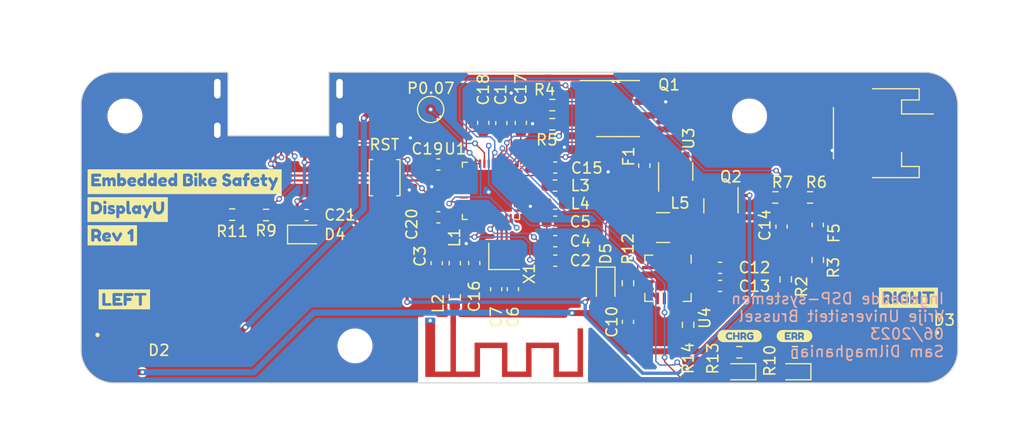
<source format=kicad_pcb>
(kicad_pcb (version 20221018) (generator pcbnew)
  (layers (0 "F.Cu" signal) (31 "B.Cu" signal) (34 "B.Paste" user) (35 "F.Paste" user) (36 "B.SilkS" user "B.Silkscreen") (37 "F.SilkS" user "F.Silkscreen") (38 "B.Mask" user) (39 "F.Mask" user) (44 "Edge.Cuts" user))
  (net 0 "")
  (net 1 "/MCU & Comms/MicroController/RF")
  (net 2 "VDD")
  (net 3 "GND")
  (net 4 "Net-(U1-ANT_RF)")
  (net 5 "Net-(C3-Pad1)")
  (net 6 "Net-(U1-DEC4)")
  (net 7 "BATT+")
  (net 8 "Net-(D2-Pad2)")
  (net 9 "Net-(U4-TIMER)")
  (net 10 "Net-(U4-SS)")
  (net 11 "Net-(U1-DEC3)")
  (net 12 "Net-(U1-DEC1)")
  (net 13 "Net-(U1-DECUSB)")
  (net 14 "VBUS")
  (net 15 "/MCU & Comms/MicroController/IO 5")
  (net 16 "/MCU & Comms/Right")
  (net 17 "/MCU & Comms/Left")
  (net 18 "Net-(D3-Pad2)")
  (net 19 "Net-(D5-K)")
  (net 20 "Charge Fault")
  (net 21 "Net-(D2-Pad1)")
  (net 22 "Net-(D3-Pad1)")
  (net 23 "Charge Status")
  (net 24 "CC1")
  (net 25 "Net-(D10-K)")
  (net 26 "DATA+")
  (net 27 "DATA-")
  (net 28 "Net-(D12-K)")
  (net 29 "Net-(U4-IDET)")
  (net 30 "CC2")
  (net 31 "/MCU & Comms/MicroController/IO 3")
  (net 32 "Net-(L3-Pad1)")
  (net 34 "Net-(F1-Pad1)")
  (net 43 "VBAT")
  (net 49 "Net-(U1-DCC)")
  (net 50 "Net-(U4-SENSE)")
  (net 51 "Net-(U4-SW)")
  (net 52 "/MCU & Comms/MicroController/RST")
  (net 53 "/MCU & Comms/MicroController/X1+")
  (net 54 "/MCU & Comms/MicroController/X1-")
  (footprint "Capacitor_SMD:C_0603_1608Metric" (layer "F.Cu") (at -39.871 214.6225 90)
    (fp_text reference "C17")
    (fp_text value "100n")
  )
  (footprint "Inductor_SMD:L_0603_1608Metric" (layer "F.Cu") (at -36.7307 222.0054)
    (fp_text reference "L4")
    (fp_text value "15n")
  )
  (footprint "Diode_SMD:D_SOD-323F" (layer "F.Cu") (at -59.55 224.82)
    (fp_text reference "D4")
    (fp_text value "BZT52C5V6S-7-F")
  )
  (footprint "Capacitor_SMD:C_0603_1608Metric" (layer "F.Cu") (at -40.596 229.819 -90)
    (fp_text reference "C6")
    (fp_text value "12p ±2%")
  )
  (footprint "kibuzzard-64865EC8" (layer "F.Cu") (at -19.9 234.1)
    (fp_text reference "kibuzzard-64865EC8" hide)
    (fp_text value "G***" hide)
  )
  (footprint "kibuzzard-64866148" (layer "F.Cu") (at -75.75 222.55)
    (fp_text reference "kibuzzard-64866148" hide)
    (fp_text value "G***" hide)
  )
  (footprint "MountingHole:MountingHole_2.7mm_M2.5" (layer "F.Cu") (at -19 214)
    (fp_text reference "REF**" hide)
    (fp_text value "MountingHole_2.7mm_M2.5")
  )
  (footprint "Resistor_SMD:R_0603_1608Metric" (layer "F.Cu") (at -30.0956 229.2672 90)
    (fp_text reference "R12")
    (fp_text value "100K")
  )
  (footprint "Package_DFN_QFN:QFN-40-1EP_5x5mm_P0.4mm_EP3.8x3.8mm" (layer "F.Cu") (at -42.5975 220.837 -90)
    (fp_text reference "U1")
    (fp_text value "~")
  )
  (footprint "Connector_JST:JST_PH_S2B-PH-SM4-TB_1x02-1MP_P2.00mm_Horizontal" (layer "F.Cu") (at -6.8326 215.5698 -90)
    (fp_text reference "J1" hide)
    (fp_text value "JS2 XH 2.5")
  )
  (footprint "Resistor_SMD:R_0603_1608Metric" (layer "F.Cu") (at -16.6492 221.4372 180)
    (fp_text reference "R7")
    (fp_text value "2M")
  )
  (footprint "Capacitor_SMD:C_0603_1608Metric" (layer "F.Cu") (at -44.1215 227.428 -90)
    (fp_text reference "C16")
    (fp_text value "100p ±5%")
  )
  (footprint "VUBRacing_ELO:USB C 2.0 MC 772" (layer "F.Cu") (at -62.08115 207.69)
    (fp_text reference "J2" hide)
    (fp_text value "USB-C USB 2.0 MC-372")
  )
  (footprint "Resistor_SMD:R_0603_1608Metric" (layer "F.Cu") (at -19.939 235.585 180)
    (fp_text reference "R13")
    (fp_text value "1k")
  )
  (footprint "Diode_SMD:D_SOD-323F" (layer "F.Cu") (at -32.1276 229.4142 -90)
    (fp_text reference "D5")
    (fp_text value "1N5819")
  )
  (footprint "kibuzzard-6486612E" (layer "F.Cu") (at -70.55 220)
    (fp_text reference "kibuzzard-6486612E" hide)
    (fp_text value "G***" hide)
  )
  (footprint "MountingHole:MountingHole_2.7mm_M2.5" (layer "F.Cu") (at -55 235)
    (fp_text reference "REF**" hide)
    (fp_text value "MountingHole_2.7mm_M2.5")
  )
  (footprint "Package_SO:SOIC-8_3.9x4.9mm_P1.27mm" (layer "F.Cu") (at -31.0027 213.3186)
    (fp_text reference "Q1")
    (fp_text value "FDS9926A")
  )
  (footprint "Capacitor_SMD:C_0603_1608Metric_Pad1.08x0.95mm_HandSolder" (layer "F.Cu") (at -21.6836 229.5227 180)
    (fp_text reference "C13")
    (fp_text value "0.1µ")
  )
  (footprint "Capacitor_SMD:C_0603_1608Metric" (layer "F.Cu") (at -36.7307 225.4344)
    (fp_text reference "C4")
    (fp_text value "1µ")
  )
  (footprint "Resistor_SMD:R_0603_1608Metric" (layer "F.Cu") (at -37 214.75 180)
    (fp_text reference "R5")
    (fp_text value "22k")
  )
  (footprint "Capacitor_SMD:C_0603_1608Metric" (layer "F.Cu") (at -36.7307 218.7034)
    (fp_text reference "C15")
    (fp_text value "100n")
  )
  (footprint "Capacitor_SMD:C_0603_1608Metric_Pad1.08x0.95mm_HandSolder" (layer "F.Cu") (at -30.0938 232.807 -90)
    (fp_text reference "C10")
    (fp_text value "10uF")
  )
  (footprint "Resistor_SMD:R_0603_1608Metric" (layer "F.Cu") (at -66.21 223.01)
    (fp_text reference "R11")
    (fp_text value "5.1K")
  )
  (footprint "LED_SMD:LED_0603_1608Metric" (layer "F.Cu") (at -19.9135 237.363 180)
    (fp_text reference "D12" hide)
    (fp_text value "PLED")
  )
  (footprint "LED_SMD:LED_0603_1608Metric" (layer "F.Cu") (at -14.8845 237.363 180)
    (fp_text reference "D10" hide)
    (fp_text value "C_Fault")
  )
  (footprint "Capacitor_SMD:C_0603_1608Metric_Pad1.08x0.95mm_HandSolder" (layer "F.Cu") (at -16.0782 224.1042 -90)
    (fp_text reference "C14")
    (fp_text value "10µ")
  )
  (footprint "Crystal:Crystal_SMD_SeikoEpson_FA128-4Pin_2.0x1.6mm" (layer "F.Cu") (at -41.395 226.825)
    (fp_text reference "X1")
    (fp_text value "32MHz ±40 ppm")
  )
  (footprint "VUBRacing_ELO:XPEBRD-L1-0000-00901" (layer "F.Cu") (at -4.641674 237.686811 180)
    (fp_text reference "D3")
    (fp_text value "XPEBRD-L1-0000-00901")
  )
  (footprint "Capacitor_SMD:C_0603_1608Metric" (layer "F.Cu") (at -41.649 214.6485 90)
    (fp_text reference "C1")
    (fp_text value "1µ")
  )
  (footprint "Resistor_SMD:R_0603_1608Metric" (layer "F.Cu") (at -12.7762 227.1522 -90)
    (fp_text reference "R3")
    (fp_text value "CHP1206AFX-47R0ELF\n")
  )
  (footprint "kibuzzard-64865EDB" (layer "F.Cu") (at -14.9 234.1)
    (fp_text reference "kibuzzard-64865EDB" hide)
    (fp_text value "G***" hide)
  )
  (footprint "Package_DFN_QFN:QFN-16-1EP_4x4mm_P0.65mm_EP2.15x2.15mm" (layer "F.Cu") (at -26.4406 228.8237 -90)
    (fp_text reference "U4")
    (fp_text value "LTC4001EUF#TRPBF\n")
  )
  (footprint "Capacitor_SMD:C_0603_1608Metric" (layer "F.Cu") (at -47.3995 218.4305 180)
    (fp_text reference "C19")
    (fp_text value "4.7µ")
  )
  (footprint "Fuse:Fuse_0603_1608Metric" (layer "F.Cu") (at -12.7762 223.9517 -90)
    (fp_text reference "F5")
    (fp_text value "3A")
  )
  (footprint "kibuzzard-64865F2D" (layer "F.Cu") (at -4.5 230.6)
    (fp_text reference "kibuzzard-64865F2D" hide)
    (fp_text value "G***" hide)
  )
  (footprint "Resistor_SMD:R_0603_1608Metric" (layer "F.Cu") (at -63.119 223.042 180)
    (fp_text reference "R9")
    (fp_text value "5.1K")
  )
  (footprint "Resistor_SMD:R_0603_1608Metric" (layer "F.Cu") (at -14.859 235.585)
    (fp_text reference "R10")
    (fp_text value "470")
  )
  (footprint "Inductor_SMD:L_0603_1608Metric" (layer "F.Cu") (at -45.8995 230.489 -90)
    (fp_text reference "L2")
    (fp_text value "2.2n ±5%")
  )
  (footprint "Inductor_SMD:L_0603_1608Metric" (layer "F.Cu") (at -36.7562 220.3544 180)
    (fp_text reference "L3")
    (fp_text value "10µ")
  )
  (footprint "Resistor_SMD:R_0603_1608Metric" (layer "F.Cu") (at -13.4742 221.4372 180)
    (fp_text reference "R6")
    (fp_text value "820K")
  )
  (footprint "Inductor_SMD:L_0603_1608Metric" (layer "F.Cu") (at -45.8995 227.441 -90)
    (fp_text reference "L1")
    (fp_text value "4.7n ±5%")
  )
  (footprint "Capacitor_SMD:C_0603_1608Metric" (layer "F.Cu") (at -42.12 229.819 -90)
    (fp_text reference "C7")
    (fp_text value "12p ±2%")
  )
  (footprint "Fuse:Fuse_0603_1608Metric" (layer "F.Cu") (at -28.6002 218.5322 90)
    (fp_text reference "F1")
    (fp_text value "04941.25NRHF")
  )
  (footprint "Inductor_SMD:L_1210_3225Metric" (layer "F.Cu") (at -26.8906 224.1887)
    (fp_text reference "L5")
    (fp_text value "1.5µ")
  )
  (footprint "Capacitor_SMD:C_0603_1608Metric" (layer "F.Cu") (at -47.5505 227.441 90)
    (fp_text reference "C3")
    (fp_text value "1.2p ±5%")
  )
  (footprint "Resistor_SMD:R_0603_1608Metric" (layer "F.Cu") (at -15.7 228.925 90)
    (fp_text reference "R2")
    (fp_text value "CHP1206AFX-47R0ELF\n")
  )
  (footprint "VUBRacing_ELO:XPEBRD-L1-0000-00901" (layer "F.Cu") (at -75.758326 230.098179)
    (fp_text reference "D2")
    (fp_text value "XPEBRD-L1-0000-00901")
  )
  (footprint "Resistor_SMD:R_0603_1608Metric" (layer "F.Cu") (at -24.6046 233.0787 -90)
    (fp_text reference "R14")
    (fp_text value "274")
  )
  (footprint "Capacitor_SMD:C_0603_1608Metric" (layer "F.Cu") (at -43.3 214.6225 90)
    (fp_text reference "C18")
    (fp_text value "4.7µ")
  )
  (footprint "kibuzzard-64866152" (layer "F.Cu") (at -77.15 224.9)
    (fp_text reference "kibuzzard-64866152" hide)
    (fp_text value "G***" hide)
  )
  (footprint "Resistor_SMD:R_0603_1608Metric" (layer "F.Cu") (at -37 213 180)
    (fp_text reference "R4")
    (fp_text value "22k")
  )
  (footprint "kibuzzard-64865F18" (layer "F.Cu") (at -76.05 230.75)
    (fp_text reference "kibuzzard-64865F18" hide)
    (fp_text value "G***" hide)
  )
  (footprint "TestPoint:TestPoint_Pad_D2.0mm" (layer "F.Cu") (at -48.1 213.4 90)
    (fp_text reference "TP1" hide)
    (fp_text value "TestPoint")
  )
  (footprint "Capacitor_SMD:C_0603_1608Metric" (layer "F.Cu") (at -59.423 223.042)
    (fp_text reference "C21")
    (fp_text value "4.7µ")
  )
  (footprint "Package_TO_SOT_SMD:SOT-23" (layer "F.Cu") (at -21.6096 222.2007 -90)
    (fp_text reference "Q2")
    (fp_text value "AO3421E\n")
  )
  (footprint "Capacitor_SMD:C_0603_1608Metric" (layer "F.Cu") (at -47.3995 223.2565 180)
    (fp_text reference "C20")
    (fp_text value "100n")
  )
  (footprint "MountingHole:MountingHole_2.7mm_M2.5" (layer "F.Cu") (at -76 214)
    (fp_text reference "REF**" hide)
    (fp_text value "MountingHole_2.7mm_M2.5")
  )
  (footprint "Capacitor_SMD:C_0603_1608Metric" (layer "F.Cu") (at -36.7307 223.6564)
    (fp_text reference "C5")
    (fp_text value "47n")
  )
  (footprint "RF_Antenna:Texas_SWRA117D_2.4GHz_Left" (layer "F.Cu") (at -46.0429 232.69 180)
    (fp_text reference "AE1" hide)
    (fp_text value "Antenna" hide)
  )
  (footprint "Capacitor_SMD:C_0603_1608Metric_Pad1.08x0.95mm_HandSolder" (layer "F.Cu") (at -21.6836 227.8717 180)
    (fp_text reference "C12")
    (fp_text value "0.22µ")
  )
  (footprint "Capacitor_SMD:C_0603_1608Metric" (layer "F.Cu") (at -36.7307 227.2124)
    (fp_text reference "C2")
    (fp_text value "1p ±2%")
  )
  (footprint "Package_TO_SOT_SMD:SOT-23-5" (layer "F.Cu") (at -25.7402 219.0656 90)
    (fp_text reference "U3")
    (fp_text value "AP2112K-3.3TRG1\n")
  )
  (footprint "Button_Switch_SMD:SW_SPST_B3U-1000P" (layer "F.Cu") (at -52.2986 219.6338 90)
    (fp_text reference "RST")
    (fp_text value "Jumper_2_Open")
  )
  (gr_line (start -66.59115 215.8) (end -66.59115 210) (stroke (width 0.1)) (layer "Edge.Cuts"))
  (gr_line (start -53.29115 210) (end -3 210) (stroke (width 0.1)) (layer "Edge.Cuts"))
  (gr_line (start -3 238.37868) (end -77 238.37868) (stroke (width 0.1)) (layer "Edge.Cuts"))
  (gr_line (start -77 210) (end -70.09115 210) (stroke (width 0.1)) (layer "Edge.Cuts"))
  (gr_arc (start 0 235.37868) (mid -0.87868 237.5) (end -3 238.37868) (stroke (width 0.1)) (layer "Edge.Cuts"))
  (gr_line (start -57.39115 215.8) (end -66.59115 215.8) (stroke (width 0.1)) (layer "Edge.Cuts"))
  (gr_arc (start -3 210) (mid -0.87868 210.87868) (end 0 213) (stroke (width 0.1)) (layer "Edge.Cuts"))
  (gr_line (start -57.39115 210) (end -53.29115 210) (stroke (width 0.1)) (layer "Edge.Cuts"))
  (gr_line (start 0 213) (end 0 235.37868) (stroke (width 0.1)) (layer "Edge.Cuts"))
  (gr_arc (start -80 213) (mid -79.12132 210.87868) (end -77 210) (stroke (width 0.1)) (layer "Edge.Cuts"))
  (gr_line (start -80 213) (end -80 235.37868) (stroke (width 0.1)) (layer "Edge.Cuts"))
  (gr_line (start -57.39115 215.8) (end -57.39115 210) (stroke (width 0.1)) (layer "Edge.Cuts"))
  (gr_line (start -66.59115 210) (end -70.09115 210) (stroke (width 0.1)) (layer "Edge.Cuts"))
  (gr_arc (start -77 238.37868) (mid -79.12132 237.5) (end -80 235.37868) (stroke (width 0.1)) (layer "Edge.Cuts"))
  (gr_text "Ingebedde DSP-systemen\nVrije Universiteit Brussel\n06/2023\nSam Dilmaghanian" (at -1.15 236.1) (layer "B.SilkS") (effects (font (size 1 1)) (justify left bottom mirror)))
  (gr_text "P0.07" (at -50.35 212.05) (layer "F.SilkS") (effects (font (size 1 1)) (justify left bottom)))
  (segment (start -45.8995 231.2765) (end -45.8995 231.3705) (width 0.125) (layer "F.Cu") (net 1))
  (segment (start -28.6002 217.7447) (end -36.547 217.7447) (width 0.125) (layer "F.Cu") (net 2))
  (segment (start -44.85 215.75) (end -44.85 217.05) (width 0.125) (layer "F.Cu") (net 2))
  (segment (start -43.3 215.3975) (end -41.675 215.3975) (width 0.125) (layer "F.Cu") (net 2))
  (segment (start -44.85 217.05) (end -43.9975 217.9025) (width 0.125) (layer "F.Cu") (net 2))
  (segment (start -40.7975 223.3245) (end -40.7975 223.6525) (width 0.125) (layer "F.Cu") (net 2))
  (segment (start -46.6245 222.9245) (end -45.537 221.837) (width 0.125) (layer "F.Cu") (net 2))
  (segment (start -45.537 221.837) (end -46.237 221.837) (width 0.125) (layer "F.Cu") (net 2))
  (segment (start -46.6245 223.2565) (end -46.6245 222.9245) (width 0.125) (layer "F.Cu") (net 2))
  (segment (start -43.9975 217.9025) (end -43.9975 218.3495) (width 0.125) (layer "F.Cu") (net 2))
  (segment (start -44.85 214.233071) (end -41.816929 211.2) (width 0.125) (layer "F.Cu") (net 2))
  (segment (start -45.537 221.837) (end -45.085 221.837) (width 0.125) (layer "F.Cu") (net 2))
  (segment (start -44.4975 215.3975) (end -44.85 215.75) (width 0.125) (layer "F.Cu") (net 2))
  (segment (start -43.5975 218.3495) (end -43.9975 218.3495) (width 0.125) (layer "F.Cu") (net 2))
  (segment (start -46.237 221.837) (end -46.4 222) (width 0.125) (layer "F.Cu") (net 2))
  (segment (start -41.675 215.3975) (end -41.649 215.4235) (width 0.125) (layer "F.Cu") (net 2))
  (segment (start -41.816929 211.2) (end -35.8 211.2) (width 0.125) (layer "F.Cu") (net 2))
  (segment (start -36.547 217.7447) (end -37.5057 218.7034) (width 0.125) (layer "F.Cu") (net 2))
  (segment (start -43.3 215.3975) (end -44.4975 215.3975) (width 0.125) (layer "F.Cu") (net 2))
  (segment (start -40.7975 223.6525) (end -40.3 224.15) (width 0.125) (layer "F.Cu") (net 2))
  (segment (start -28.4168 217.9281) (end -28.6002 217.7447) (width 0.125) (layer "F.Cu") (net 2))
  (segment (start -26.6902 217.9281) (end -28.4168 217.9281) (width 0.125) (layer "F.Cu") (net 2))
  (segment (start -44.85 215.75) (end -44.85 214.233071) (width 0.125) (layer "F.Cu") (net 2))
  (via (at -40.25 224.2) (size 0.5) (drill 0.3) (layers "F.Cu" "B.Cu") (net 2))
  (via (at -46.4 222) (size 0.5) (drill 0.3) (layers "F.Cu" "B.Cu") (net 2))
  (via (at -35.8 217.75) (size 0.5) (drill 0.3) (layers "F.Cu" "B.Cu") (net 2))
  (via (at -35.8 211.2) (size 0.5) (drill 0.3) (layers "F.Cu" "B.Cu") (net 2))
  (via (at -44.55 217.35) (size 0.5) (drill 0.3) (layers "F.Cu" "B.Cu") (net 2))
  (segment (start -40.6325 223.8175) (end -40.6325 223.4675) (width 0.125) (layer "B.Cu") (net 2))
  (segment (start -43.5375 221.3125) (end -43.5375 218.3625) (width 0.125) (layer "B.Cu") (net 2))
  (segment (start -35.2 211.8) (end -35.2 217.15) (width 0.125) (layer "B.Cu") (net 2))
  (segment (start -43.45 221.4) (end -45.85 221.4) (width 0.125) (layer "B.Cu") (net 2))
  (segment (start -35.2 217.15) (end -35.8 217.75) (width 0.125) (layer "B.Cu") (net 2))
  (segment (start -40.6325 223.4675) (end -42.7 221.4) (width 0.125) (layer "B.Cu") (net 2))
  (segment (start -43.45 221.4) (end -43.5375 221.3125) (width 0.125) (layer "B.Cu") (net 2))
  (segment (start -35.8 211.2) (end -35.2 211.8) (width 0.125) (layer "B.Cu") (net 2))
  (segment (start -42.7 221.4) (end -43.45 221.4) (width 0.125) (layer "B.Cu") (net 2))
  (segment (start -40.25 224.2) (end -40.6325 223.8175) (width 0.125) (layer "B.Cu") (net 2))
  (segment (start -43.5375 218.3625) (end -44.5 217.4) (width 0.125) (layer "B.Cu") (net 2))
  (segment (start -45.85 221.4) (end -46.4 221.95) (width 0.125) (layer "B.Cu") (net 2))
  (segment (start -43.3 213.8475) (end -43.3 213.8) (width 0.125) (layer "F.Cu") (net 3))
  (segment (start -39.680558 220.237) (end -40.11 220.237) (width 0.125) (layer "F.Cu") (net 3))
  (segment (start -42.5975 220.837) (end -41.9975 220.237) (width 0.125) (layer "F.Cu") (net 3))
  (segment (start -42.7975 223.3245) (end -42.7975 221.037) (width 0.125) (layer "F.Cu") (net 3))
  (segment (start -39.3 221.95) (end -39.3 220.617558) (width 0.125) (layer "F.Cu") (net 3))
  (segment (start -39.3 220.617558) (end -39.680558 220.237) (width 0.125) (layer "F.Cu") (net 3))
  (segment (start -41.9975 220.237) (end -40.11 220.237) (width 0.125) (layer "F.Cu") (net 3))
  (segment (start -42.7975 221.037) (end -42.5975 220.837) (width 0.125) (layer "F.Cu") (net 3))
  (segment (start -39 222.25) (end -39.3 221.95) (width 0.125) (layer "F.Cu") (net 3))
  (via (at -11.45 217.15) (size 0.5) (drill 0.3) (layers "F.Cu" "B.Cu") (net 3))
  (via (at -40.75 211.9) (size 0.5) (drill 0.3) (layers "F.Cu" "B.Cu") (net 3))
  (via (at -44.85 225.65) (size 0.5) (drill 0.3) (layers "F.Cu" "B.Cu") (net 3))
  (via (at -49.95 216) (size 0.5) (drill 0.3) (layers "F.Cu" "B.Cu") (net 3))
  (via (at -35.9 216.85) (size 0.5) (drill 0.3) (layers "F.Cu" "B.Cu") (net 3))
  (via (at -39 222.25) (size 0.5) (drill 0.3) (layers "F.Cu" "B.Cu") (net 3))
  (via (at -31.9 219.1) (size 0.5) (drill 0.3) (layers "F.Cu" "B.Cu") (net 3))
  (via (at -42.8 220.95) (size 0.5) (drill 0.3) (layers "F.Cu" "B.Cu") (net 3))
  (via (at -26.65 212.7) (size 0.5) (drill 0.3) (layers "F.Cu" "B.Cu") (net 3))
  (via (at -38.8 214.7) (size 0.5) (drill 0.3) (layers "F.Cu" "B.Cu") (net 3))
  (via (at -48 220.45) (size 0.5) (drill 0.3) (layers "F.Cu" "B.Cu") (net 3))
  (via (at -50.05 220.75) (size 0.5) (drill 0.3) (layers "F.Cu" "B.Cu") (net 3))
  (segment (start -44.12 225.03) (end -45.39 225.03) (width 0.125) (layer "F.Cu") (net 4))
  (segment (start -43.1975 223.3245) (end -43.1975 224.1075) (width 0.125) (layer "F.Cu") (net 4))
  (segment (start -37.5057 227.2124) (end -38.9676 227.2124) (width 0.125) (layer "F.Cu") (net 4))
  (segment (start -45.8995 225.5395) (end -45.8995 226.6535) (width 0.125) (layer "F.Cu") (net 4))
  (segment (start -38.9676 227.2124) (end -39.04 227.14) (width 0.125) (layer "F.Cu") (net 4))
  (segment (start -45.39 225.03) (end -45.8995 225.5395) (width 0.125) (layer "F.Cu") (net 4))
  (segment (start -43.1975 224.1075) (end -44.12 225.03) (width 0.125) (layer "F.Cu") (net 4))
  (via (at -44.1 225.05) (size 0.5) (drill 0.3) (layers "F.Cu" "B.Cu") (net 4))
  (via (at -39.04 227.14) (size 0.5) (drill 0.3) (layers "F.Cu" "B.Cu") (net 4))
  (segment (start -39.59 225.05) (end -39.03 225.61) (width 0.125) (layer "B.Cu") (net 4))
  (segment (start -44.1 225.05) (end -39.59 225.05) (width 0.125) (layer "B.Cu") (net 4))
  (segment (start -39.03 225.61) (end -39.03 227.15) (width 0.125) (layer "B.Cu") (net 4))
  (segment (start -45.8995 229.7015) (end -45.8995 228.2285) (width 0.125) (layer "F.Cu") (net 5))
  (segment (start -45.912 228.216) (end -45.8995 228.2285) (width 0.125) (layer "F.Cu") (net 5))
  (segment (start -47.5505 228.216) (end -45.912 228.216) (width 0.125) (layer "F.Cu") (net 5))
  (segment (start -38.0146 222.0054) (end -38.89 221.13) (width 0.125) (layer "F.Cu") (net 6))
  (segment (start -37.5057 225.4344) (end -37.5057 222.0179) (width 0.125) (layer "F.Cu") (net 6))
  (segment (start -38.89 220.41) (end -39.463 219.837) (width 0.125) (layer "F.Cu") (net 6))
  (segment (start -42.3975 223.3245) (end -42.3975 224.0975) (width 0.125) (layer "F.Cu") (net 6))
  (segment (start -38.89 221.13) (end -38.89 220.41) (width 0.125) (layer "F.Cu") (net 6))
  (segment (start -37.5182 222.0054) (end -38.0146 222.0054) (width 0.125) (layer "F.Cu") (net 6))
  (segment (start -37.5057 222.0179) (end -37.5182 222.0054) (width 0.125) (layer "F.Cu") (net 6))
  (segment (start -39.463 219.837) (end -40.11 219.837) (width 0.125) (layer "F.Cu") (net 6))
  (segment (start -38.3056 225.4344) (end -38.68 225.06) (width 0.125) (layer "F.Cu") (net 6))
  (segment (start -37.5057 225.4344) (end -38.3056 225.4344) (width 0.125) (layer "F.Cu") (net 6))
  (segment (start -42.3975 224.0975) (end -42.64 224.34) (width 0.125) (layer "F.Cu") (net 6))
  (via (at -42.67 224.33) (size 0.5) (drill 0.3) (layers "F.Cu" "B.Cu") (net 6))
  (via (at -38.68 225.06) (size 0.5) (drill 0.3) (layers "F.Cu" "B.Cu") (net 6))
  (segment (start -42.275 224.725) (end -42.67 224.33) (width 0.125) (layer "B.Cu") (net 6))
  (segment (start -38.68 225.06) (end -39.015 224.725) (width 0.125) (layer "B.Cu") (net 6))
  (segment (start -39.015 224.725) (end -42.275 224.725) (width 0.125) (layer "B.Cu") (net 6))
  (segment (start -21.6096 223.1382) (end -21.6096 224.1096) (width 0.55) (layer "F.Cu") (net 7))
  (segment (start -25.4656 226.9862) (end -24.72 226.9862) (width 0.55) (layer "F.Cu") (net 7))
  (segment (start -16.0782 223.2417) (end -12.8537 223.2417) (width 0.55) (layer "F.Cu") (net 7))
  (segment (start -3.9826 214.5698) (end -10.6698 214.5698) (width 0.55) (layer "F.Cu") (net 7))
  (segment (start -24.6031 227.1031) (end -24.6031 227.8487) (width 0.55) (layer "F.Cu") (net 7))
  (segment (start -12.6492 216.5492) (end -12.6492 221.4372) (width 0.55) (layer "F.Cu") (net 7))
  (segment (start -21.6096 224.1096) (end -24.6031 227.1031) (width 0.55) (layer "F.Cu") (net 7))
  (segment (start -12.8537 223.2417) (end -12.7762 223.1642) (width 0.55) (layer "F.Cu") (net 7))
  (segment (start -16.0782 223.2417) (end -21.5061 223.2417) (width 0.55) (layer "F.Cu") (net 7))
  (segment (start -12.6492 221.4372) (end -12.6492 223.0372) (width 0.55) (layer "F.Cu") (net 7))
  (segment (start -12.6492 223.0372) (end -12.7762 223.1642) (width 0.55) (layer "F.Cu") (net 7))
  (segment (start -10.6698 214.5698) (end -12.6492 216.5492) (width 0.55) (layer "F.Cu") (net 7))
  (segment (start -21.5061 223.2417) (end -21.6096 223.1382) (width 0.55) (layer "F.Cu") (net 7))
  (segment (start -24.72 226.9862) (end -24.6031 227.1031) (width 0.55) (layer "F.Cu") (net 7))
  (segment (start -37.2 210.5) (end -50.5 210.5) (width 0.55) (layer "F.Cu") (net 8))
  (segment (start -50.5 210.5) (end -54.1 214.1) (width 0.55) (layer "F.Cu") (net 8))
  (segment (start -37.2 210.5) (end -37.6 210.5) (width 0.55) (layer "F.Cu") (net 8))
  (segment (start -29.1 210.5) (end -37.2 210.5) (width 0.55) (layer "F.Cu") (net 8))
  (segment (start -28.5277 211.4136) (end -28.5277 211.0723) (width 0.55) (layer "F.Cu") (net 8))
  (segment (start -28.5277 212.6836) (end -28.5277 211.4136) (width 0.55) (layer "F.Cu") (net 8))
  (segment (start -28.5277 211.0723) (end -29.1 210.5) (width 0.55) (layer "F.Cu") (net 8))
  (segment (start -65.7 234) (end -65 233.3) (width 0.55) (layer "F.Cu") (net 8))
  (segment (start -74.6 234) (end -65.7 234) (width 0.55) (layer "F.Cu") (net 8))
  (via (at -54.2 214.2) (size 0.5) (drill 0.3) (layers "F.Cu" "B.Cu") (net 8))
  (via (at -65 233.3) (size 0.5) (drill 0.3) (layers "F.Cu" "B.Cu") (net 8))
  (segment (start -54.2 222.5) (end -64.9 233.2) (width 0.55) (layer "B.Cu") (net 8))
  (segment (start -54.2 214.2) (end -54.2 222.5) (width 0.55) (layer "B.Cu") (net 8))
  (segment (start -23.1731 228.4987) (end -24.6031 228.4987) (width 0.125) (layer "F.Cu") (net 9))
  (segment (start -22.5461 227.8717) (end -23.1731 228.4987) (width 0.125) (layer "F.Cu") (net 9))
  (segment (start -22.9201 229.1487) (end -24.6031 229.1487) (width 0.125) (layer "F.Cu") (net 10))
  (segment (start -22.5461 229.5227) (end -22.9201 229.1487) (width 0.125) (layer "F.Cu") (net 10))
  (segment (start -44.1215 226.653) (end -44.1215 226.2415) (width 0.125) (layer "F.Cu") (net 11))
  (segment (start -44.1215 226.653) (end -42.9485 225.48) (width 0.125) (layer "F.Cu") (net 11))
  (segment (start -41.9975 225.2575) (end -42.22 225.48) (width 0.125) (layer "F.Cu") (net 11))
  (segment (start -41.9975 223.3245) (end -41.9975 225.2575) (width 0.125) (layer "F.Cu") (net 11))
  (segment (start -42.9485 225.48) (end -42.22 225.48) (width 0.125) (layer "F.Cu") (net 11))
  (segment (start -40.7975 218.3495) (end -39.871 217.423) (width 0.125) (layer "F.Cu") (net 12))
  (segment (start -39.871 217.423) (end -39.871 215.3975) (width 0.125) (layer "F.Cu") (net 12))
  (segment (start -45.6915 218.4305) (end -45.085 219.037) (width 0.125) (layer "F.Cu") (net 13))
  (segment (start -46.6245 218.4305) (end -45.6915 218.4305) (width 0.125) (layer "F.Cu") (net 13))
  (segment (start -59.59115 216.2) (end -59.59115 218.28115) (width 0.3) (layer "F.Cu") (net 14))
  (segment (start -44.3975 218.3495) (end -47.347 215.4) (width 0.125) (layer "F.Cu") (net 14))
  (segment (start -60.198 224.368) (end -60.65 224.82) (width 0.3) (layer "F.Cu") (net 14))
  (segment (start -30.0956 230.0922) (end -31.7056 230.0922) (width 0.3) (layer "F.Cu") (net 14))
  (segment (start -28.2781 229.7987) (end -27.4156 230.6612) (width 0.3) (layer "F.Cu") (net 14))
  (segment (start -29.8021 229.7987) (end -30.0956 230.0922) (width 0.3) (layer "F.Cu") (net 14))
  (segment (start -28.2781 229.7987) (end -29.8021 229.7987) (width 0.3) (layer "F.Cu") (net 14))
  (segment (start -20.6596 221.2632) (end -19.0132 221.2632) (width 0.3) (layer "F.Cu") (net 14))
  (segment (start -64.39115 218.34115) (end -64.44115 218.34115) (width 0.3) (layer "F.Cu") (net 14))
  (segment (start -68.85 225.05) (end -68.48 225.42) (width 0.3) (layer "F.Cu") (net 14))
  (segment (start -54.8125 216.4625) (end -56.59 218.24) (width 0.125) (layer "F.Cu") (net 14))
  (segment (start -60.28 221.78) (end -56.97 221.78) (width 0.3) (layer "F.Cu") (net 14))
  (segment (start -32.1276 230.5142) (end -33.5142 230.5142) (width 0.3) (layer "F.Cu") (net 14))
  (segment (start -33.5142 230.5142) (end -34 231) (width 0.3) (layer "F.Cu") (net 14))
  (segment (start -30.0956 230.0922) (end -30.0956 231.9427) (width 0.3) (layer "F.Cu") (net 14))
  (segment (start -56.59 218.24) (end -59.62 218.24) (width 0.125) (layer "F.Cu") (net 14))
  (segment (start -50.75 215.4) (end -51.8125 216.4625) (width 0.125) (layer "F.Cu") (net 14))
  (segment (start -50.25 228.5) (end -50.25 231) (width 0.3) (layer "F.Cu") (net 14))
  (segment (start -61.25 225.42) (end -60.65 224.82) (width 0.3) (layer "F.Cu") (net 14))
  (segment (start -47.347 215.4) (end -50.75 215.4) (width 0.125) (layer "F.Cu") (net 14))
  (segment (start -51.8125 216.4625) (end -54.8125 216.4625) (width 0.125) (layer "F.Cu") (net 14))
  (segment (start -60.198 223.042) (end -60.198 224.368) (width 0.3) (layer "F.Cu") (net 14))
  (segment (start -30.0956 231.9427) (end -30.0938 231.9445) (width 0.3) (layer "F.Cu") (net 14))
  (segment (start -64.44115 218.34115) (end -68.85 222.75) (width 0.3) (layer "F.Cu") (net 14))
  (segment (start -56.97 221.78) (end -50.25 228.5) (width 0.3) (layer "F.Cu") (net 14))
  (segment (start -60.28 221.78) (end -60.28 222.96) (width 0.3) (layer "F.Cu") (net 14))
  (segment (start -31.7056 230.0922) (end -32.1276 230.5142) (width 0.3) (layer "F.Cu") (net 14))
  (segment (start -60.28 222.96) (end -60.198 223.042) (width 0.3) (layer "F.Cu") (net 14))
  (segment (start -64.39115 216.2) (end -64.39115 218.34115) (width 0.3) (layer "F.Cu") (net 14))
  (segment (start -68.85 222.75) (end -68.85 225.05) (width 0.3) (layer "F.Cu") (net 14))
  (segment (start -68.48 225.42) (end -61.25 225.42) (width 0.3) (layer "F.Cu") (net 14))
  (via (at -60.28 221.78) (size 0.5) (drill 0.3) (layers "F.Cu" "B.Cu") (net 14))
  (via (at -34 231) (size 0.5) (drill 0.3) (layers "F.Cu" "B.Cu") (net 14))
  (via (at -59.62 218.24) (size 0.5) (drill 0.3) (layers "F.Cu" "B.Cu") (net 14))
  (via (at -50.25 231) (size 0.5) (drill 0.3) (layers "F.Cu" "B.Cu") (net 14))
  (via (at -19 221.25) (size 0.5) (drill 0.3) (layers "F.Cu" "B.Cu") (net 14))
  (segment (start -50.25 231) (end -34 231) (width 0.3) (layer "B.Cu") (net 14))
  (segment (start -59.62 221.18) (end -60.24 221.8) (width 0.3) (layer "B.Cu") (net 14))
  (segment (start -19 221.25) (end -19 231) (width 0.3) (layer "B.Cu") (net 14))
  (segment (start -28.75 237.5) (end -34 232.25) (width 0.3) (layer "B.Cu") (net 14))
  (segment (start -19 231) (end -25.5 237.5) (width 0.3) (layer "B.Cu") (net 14))
  (segment (start -34 232.25) (end -34 231) (width 0.3) (layer "B.Cu") (net 14))
  (segment (start -59.62 218.24) (end -59.62 221.18) (width 0.3) (layer "B.Cu") (net 14))
  (segment (start -25.5 237.5) (end -28.75 237.5) (width 0.3) (layer "B.Cu") (net 14))
  (segment (start -43.1975 217.3525) (end -44.05 216.5) (width 0.125) (layer "F.Cu") (net 15))
  (segment (start -43.1975 218.3495) (end -43.1975 217.3525) (width 0.125) (layer "F.Cu") (net 15))
  (via (at -44.05 216.5) (size 0.5) (drill 0.3) (layers "F.Cu" "B.Cu") (net 15))
  (via (at -48.1 213.4) (size 0.5) (drill 0.3) (layers "F.Cu" "B.Cu") (net 15))
  (segment (start -44.05 216.5) (end -45 216.5) (width 0.125) (layer "B.Cu") (net 15))
  (segment (start -45 216.5) (end -48.1 213.4) (width 0.125) (layer "B.Cu") (net 15))
  (segment (start -40.75 217.472558) (end -40.75 212.9) (width 0.125) (layer "F.Cu") (net 16))
  (segment (start -33.4777 212.6836) (end -35.8586 212.6836) (width 0.125) (layer "F.Cu") (net 16))
  (segment (start -35.8586 212.6836) (end -36.175 213) (width 0.125) (layer "F.Cu") (net 16))
  (segment (start -39.45 211.6) (end -37.575 211.6) (width 0.125) (layer "F.Cu") (net 16))
  (segment (start -40.75 212.9) (end -39.45 211.6) (width 0.125) (layer "F.Cu") (net 16))
  (segment (start -41.1975 218.3495) (end -41.1975 217.920058) (width 0.125) (layer "F.Cu") (net 16))
  (segment (start -37.575 211.6) (end -36.175 213) (width 0.125) (layer "F.Cu") (net 16))
  (segment (start -41.1975 217.920058) (end -40.75 217.472558) (width 0.125) (layer "F.Cu") (net 16))
  (segment (start -41.6 217.75) (end -41.15 217.3) (width 0.125) (layer "F.Cu") (net 17))
  (segment (start -36.175 214.75) (end -36.175 215.61476) (width 0.125) (layer "F.Cu") (net 17))
  (segment (start -41.15 217.3) (end -41.15 216.45) (width 0.125) (layer "F.Cu") (net 17))
  (segment (start -41.5975 218.3495) (end -41.6 218.347) (width 0.125) (layer "F.Cu") (net 17))
  (segment (start -36.175 215.61476) (end -36.388131 215.827891) (width 0.125) (layer "F.Cu") (net 17))
  (segment (start -35.7014 215.2236) (end -36.175 214.75) (width 0.125) (layer "F.Cu") (net 17))
  (segment (start -41.6 218.347) (end -41.6 217.75) (width 0.125) (layer "F.Cu") (net 17))
  (segment (start -33.4777 215.2236) (end -35.7014 215.2236) (width 0.125) (layer "F.Cu") (net 17))
  (via (at -36.388131 215.827891) (size 0.5) (drill 0.3) (layers "F.Cu" "B.Cu") (net 17))
  (via (at -41.15 216.45) (size 0.5) (drill 0.3) (layers "F.Cu" "B.Cu") (net 17))
  (segment (start -40.55 215.85) (end -41.15 216.45) (width 0.125) (layer "B.Cu") (net 17))
  (segment (start -36.4 215.85) (end -40.55 215.85) (width 0.125) (layer "B.Cu") (net 17))
  (segment (start -24.0264 215.2236) (end -28.5277 215.2236) (width 0.55) (layer "F.Cu") (net 18))
  (segment (start -5.8 233.78499) (end -5.8 235.98499) (width 0.55) (layer "F.Cu") (net 18))
  (segment (start -2.332295 213.4448) (end -7.4448 213.4448) (width 0.55) (layer "F.Cu") (net 18))
  (segment (start -17.25 217.5) (end -21.75 217.5) (width 0.55) (layer "F.Cu") (net 18))
  (segment (start -5.8 235.98499) (end -5.28499 236.5) (width 0.55) (layer "F.Cu") (net 18))
  (segment (start -13.5 213.75) (end -17.25 217.5) (width 0.55) (layer "F.Cu") (net 18))
  (segment (start -21.75 217.5) (end -24.0264 215.2236) (width 0.55) (layer "F.Cu") (net 18))
  (segment (start -2.25 236.5) (end -1.25 235.5) (width 0.55) (layer "F.Cu") (net 18))
  (segment (start -28.5277 213.9536) (end -28.5277 215.2236) (width 0.55) (layer "F.Cu") (net 18))
  (segment (start -1.25 214.527095) (end -2.332295 213.4448) (width 0.55) (layer "F.Cu") (net 18))
  (segment (start -1.25 235.5) (end -1.25 214.527095) (width 0.55) (layer "F.Cu") (net 18))
  (segment (start -7.4448 213.4448) (end -7.75 213.75) (width 0.55) (layer "F.Cu") (net 18))
  (segment (start -5.28499 236.5) (end -2.25 236.5) (width 0.55) (layer "F.Cu") (net 18))
  (segment (start -7.75 213.75) (end -13.5 213.75) (width 0.55) (layer "F.Cu") (net 18))
  (segment (start -26.061063 219.2781) (end -25.2219 219.2781) (width 0.125) (layer "F.Cu") (net 19))
  (segment (start -24.7902 219.7098) (end -24.7902 220.2031) (width 0.125) (layer "F.Cu") (net 19))
  (segment (start -32.1276 228.3142) (end -32.1276 223.8276) (width 0.125) (layer "F.Cu") (net 19))
  (segment (start -26.6902 219.907237) (end -26.061063 219.2781) (width 0.125) (layer "F.Cu") (net 19))
  (segment (start -24.7902 220.2031) (end -23.6197 220.2031) (width 0.125) (layer "F.Cu") (net 19))
  (segment (start -25.2219 219.2781) (end -24.7902 219.7098) (width 0.125) (layer "F.Cu") (net 19))
  (segment (start -26.6902 220.2031) (end -26.6902 219.907237) (width 0.125) (layer "F.Cu") (net 19))
  (segment (start -32.1276 228.3142) (end -32.1276 228.5024) (width 0.3) (layer "F.Cu") (net 19))
  (segment (start -32.1276 223.8276) (end -28.5031 220.2031) (width 0.125) (layer "F.Cu") (net 19))
  (segment (start -28.5031 220.2031) (end -26.6902 220.2031) (width 0.125) (layer "F.Cu") (net 19))
  (segment (start -23.6197 220.2031) (end -22.5596 221.2632) (width 0.125) (layer "F.Cu") (net 19))
  (segment (start -25.0995 238.1005) (end -26.75 236.45) (width 0.125) (layer "F.Cu") (net 20))
  (segment (start -41.55 217.240381) (end -41.55 216.95) (width 0.125) (layer "F.Cu") (net 20))
  (segment (start -26.7656 231.9344) (end -26.75 231.95) (width 0.125) (layer "F.Cu") (net 20))
  (segment (start -16.4095 238.1005) (end -25.0995 238.1005) (width 0.125) (layer "F.Cu") (net 20))
  (segment (start -26.75 236.45) (end -26.75 236.05) (width 0.125) (layer "F.Cu") (net 20))
  (segment (start -41.9975 218.3495) (end -41.9975 217.687881) (width 0.125) (layer "F.Cu") (net 20))
  (segment (start -41.9975 217.687881) (end -41.55 217.240381) (width 0.125) (layer "F.Cu") (net 20))
  (segment (start -15.672 237.363) (end -16.4095 238.1005) (width 0.125) (layer "F.Cu") (net 20))
  (segment (start -26.7656 230.6612) (end -26.7656 231.9344) (width 0.125) (layer "F.Cu") (net 20))
  (via (at -26.75 236.05) (size 0.5) (drill 0.3) (layers "F.Cu" "B.Cu") (net 20))
  (via (at -26.75 231.95) (size 0.5) (drill 0.3) (layers "F.Cu" "B.Cu") (net 20))
  (via (at -41.55 216.95) (size 0.5) (drill 0.3) (layers "F.Cu" "B.Cu") (net 20))
  (segment (start -26.75 229.325215) (end -26.75 231.95) (width 0.125) (layer "B.Cu") (net 20))
  (segment (start -41.55 216.95) (end -35.7 222.8) (width 0.125) (layer "B.Cu") (net 20))
  (segment (start -26.75 231.95) (end -26.75 236.05) (width 0.125) (layer "B.Cu") (net 20))
  (segment (start -35.7 222.8) (end -33.275215 222.8) (width 0.125) (layer "B.Cu") (net 20))
  (segment (start -33.275215 222.8) (end -26.75 229.325215) (width 0.125) (layer "B.Cu") (net 20))
  (segment (start -23.4 235.5) (end -30.2 235.5) (width 0.55) (layer "F.Cu") (net 21))
  (segment (start -15.8772 227.9772) (end -23.4 235.5) (width 0.55) (layer "F.Cu") (net 21))
  (segment (start -77.4 234) (end -77.4 236.2) (width 0.55) (layer "F.Cu") (net 21))
  (segment (start -77.4 236.2) (end -76.2 237.4) (width 0.55) (layer "F.Cu") (net 21))
  (segment (start -33.7 232) (end -35.2 232) (width 0.55) (layer "F.Cu") (net 21))
  (segment (start -30.2 235.5) (end -33.7 232) (width 0.55) (layer "F.Cu") (net 21))
  (segment (start -76.2 237.4) (end -74.5 237.4) (width 0.55) (layer "F.Cu") (net 21))
  (via (at -74.4 237.4) (size 0.5) (drill 0.3) (layers "F.Cu" "B.Cu") (net 21))
  (via (at -35.2 232) (size 0.5) (drill 0.3) (layers "F.Cu" "B.Cu") (net 21))
  (segment (start -58.765 231.965) (end -35.235 231.965) (width 0.55) (layer "B.Cu") (net 21))
  (segment (start -64.2 237.4) (end -58.765 231.965) (width 0.55) (layer "B.Cu") (net 21))
  (segment (start -74.4 237.4) (end -64.2 237.4) (width 0.55) (layer "B.Cu") (net 21))
  (segment (start -12.7762 227.9772) (end -11.0034 229.75) (width 0.55) (layer "F.Cu") (net 22))
  (segment (start -4.83499 229.75) (end -3 231.58499) (width 0.55) (layer "F.Cu") (net 22))
  (segment (start -3 231.58499) (end -3 233.78499) (width 0.55) (layer "F.Cu") (net 22))
  (segment (start -11.0034 229.75) (end -4.83499 229.75) (width 0.55) (layer "F.Cu") (net 22))
  (segment (start -28.2781 229.1487) (end -28.8513 229.1487) (width 0.125) (layer "F.Cu") (net 23))
  (segment (start -28.8513 229.1487) (end -29.2 228.8) (width 0.125) (layer "F.Cu") (net 23))
  (segment (start -24.737 237.363) (end -25.6 236.5) (width 0.125) (layer "F.Cu") (net 23))
  (segment (start -29.2 228.8) (end -29.2 227.6) (width 0.125) (layer "F.Cu") (net 23))
  (segment (start -42.7975 218.3495) (end -42.7975 216.7025) (width 0.125) (layer "F.Cu") (net 23))
  (segment (start -20.701 237.363) (end -24.737 237.363) (width 0.125) (layer "F.Cu") (net 23))
  (segment (start -29.2 227.6) (end -29.8 227) (width 0.125) (layer "F.Cu") (net 23))
  (via (at -25.6 236.5) (size 0.5) (drill 0.3) (layers "F.Cu" "B.Cu") (net 23))
  (via (at -29.8 227) (size 0.5) (drill 0.3) (layers "F.Cu" "B.Cu") (net 23))
  (via (at -42.8 216.7) (size 0.5) (drill 0.3) (layers "F.Cu" "B.Cu") (net 23))
  (segment (start -27.55 229.25) (end -27.55 236.4) (width 0.125) (layer "B.Cu") (net 23))
  (segment (start -29.8 227) (end -27.7 229.1) (width 0.125) (layer "B.Cu") (net 23))
  (segment (start -27.55 236.4) (end -27.2 236.75) (width 0.125) (layer "B.Cu") (net 23))
  (segment (start -39.05 224) (end -32.8 224) (width 0.125) (layer "B.Cu") (net 23))
  (segment (start -27.2 236.75) (end -25.85 236.75) (width 0.125) (layer "B.Cu") (net 23))
  (segment (start -25.85 236.75) (end -25.6 236.5) (width 0.125) (layer "B.Cu") (net 23))
  (segment (start -42.8 216.7) (end -42.8 220.25) (width 0.125) (layer "B.Cu") (net 23))
  (segment (start -27.7 229.1) (end -27.55 229.25) (width 0.125) (layer "B.Cu") (net 23))
  (segment (start -32.8 224) (end -29.8 227) (width 0.125) (layer "B.Cu") (net 23))
  (segment (start -42.8 220.25) (end -39.05 224) (width 0.125) (layer "B.Cu") (net 23))
  (segment (start -60.74115 217.43885) (end -60.5 217.68) (width 0.125) (layer "F.Cu") (net 24))
  (segment (start -60.74115 216.2) (end -60.74115 217.43885) (width 0.125) (layer "F.Cu") (net 24))
  (segment (start -62.294 221.894) (end -61.97 221.57) (width 0.125) (layer "F.Cu") (net 24))
  (segment (start -62.294 223.042) (end -62.294 221.894) (width 0.125) (layer "F.Cu") (net 24))
  (via (at -60.51 217.68) (size 0.5) (drill 0.3) (layers "F.Cu" "B.Cu") (net 24))
  (via (at -61.92 221.57) (size 0.5) (drill 0.3) (layers "F.Cu" "B.Cu") (net 24))
  (segment (start -60.51 220.16) (end -60.51 217.68) (width 0.125) (layer "B.Cu") (net 24))
  (segment (start -61.92 221.57) (end -60.51 220.16) (width 0.125) (layer "B.Cu") (net 24))
  (segment (start -15.684 235.585) (end -15.684 235.776) (width 0.125) (layer "F.Cu") (net 25))
  (segment (start -15.684 235.776) (end -14.097 237.363) (width 0.125) (layer "F.Cu") (net 25))
  (segment (start -61.74115 216.2) (end -61.74115 217.73885) (width 0.2) (layer "F.Cu") (net 26))
  (segment (start -61.74115 216.2) (end -61.64115 216.2) (width 0.2) (layer "F.Cu") (net 26))
  (segment (start -62.71615 218.35205) (end -61.1832 219.885) (width 0.2) (layer "F.Cu") (net 26))
  (segment (start -45.795 219.885) (end -45.747 219.837) (width 0.2) (layer "F.Cu") (net 26))
  (segment (start -62.71615 216.825001) (end -62.71615 218.35205) (width 0.2) (layer "F.Cu") (net 26))
  (segment (start -61.1832 219.885) (end -45.795 219.885) (width 0.2) (layer "F.Cu") (net 26))
  (segment (start -62.74115 216.800001) (end -62.71615 216.825001) (width 0.2) (layer "F.Cu") (net 26))
  (segment (start -62.74115 216.2) (end -62.74115 216.800001) (width 0.2) (layer "F.Cu") (net 26))
  (segment (start -45.747 219.837) (end -45.085 219.837) (width 0.2) (layer "F.Cu") (net 26))
  (via (at -62.69 218.37) (size 0.5) (drill 0.3) (layers "F.Cu" "B.Cu") (net 26))
  (via (at -61.72 217.78) (size 0.5) (drill 0.3) (layers "F.Cu" "B.Cu") (net 26))
  (segment (start -62.1 217.78) (end -62.69 218.37) (width 0.2) (layer "B.Cu") (net 26))
  (segment (start -61.72 217.78) (end -62.1 217.78) (width 0.2) (layer "B.Cu") (net 26))
  (segment (start -60.9968 219.435) (end -46.46 219.435) (width 0.2) (layer "F.Cu") (net 27))
  (segment (start -62.24115 216.2) (end -62.24115 216.800001) (width 0.2) (layer "F.Cu") (net 27))
  (segment (start -62.24115 216.2) (end -62.191131 216.250019) (width 0.2) (layer "F.Cu") (net 27))
  (segment (start -61.24115 216.2) (end -61.24115 219.18115) (width 0.2) (layer "F.Cu") (net 27))
  (segment (start -46.46 219.435) (end -46.458 219.437) (width 0.2) (layer "F.Cu") (net 27))
  (segment (start -62.26615 216.825001) (end -62.26615 218.16565) (width 0.2) (layer "F.Cu") (net 27))
  (segment (start -46.458 219.437) (end -45.085 219.437) (width 0.2) (layer "F.Cu") (net 27))
  (segment (start -61.24115 219.18115) (end -61.2459 219.1859) (width 0.2) (layer "F.Cu") (net 27))
  (segment (start -61.2459 219.1859) (end -60.9968 219.435) (width 0.2) (layer "F.Cu") (net 27))
  (segment (start -62.26615 218.16565) (end -61.2459 219.1859) (width 0.2) (layer "F.Cu") (net 27))
  (segment (start -62.24115 216.800001) (end -62.26615 216.825001) (width 0.2) (layer "F.Cu") (net 27))
  (segment (start -19.114 237.351) (end -19.126 237.363) (width 0.125) (layer "F.Cu") (net 28))
  (segment (start -19.114 235.585) (end -19.114 237.351) (width 0.125) (layer "F.Cu") (net 28))
  (segment (start -24.6046 231.5222) (end -24.6046 232.2537) (width 0.125) (layer "F.Cu") (net 29))
  (segment (start -25.4656 230.6612) (end -24.6031 229.7987) (width 0.125) (layer "F.Cu") (net 29))
  (segment (start -25.4656 230.6612) (end -24.6046 231.5222) (width 0.125) (layer "F.Cu") (net 29))
  (segment (start -63.74115 216.2) (end -63.74115 219.71615) (width 0.125) (layer "F.Cu") (net 30))
  (segment (start -63.74115 219.71615) (end -67.035 223.01) (width 0.125) (layer "F.Cu") (net 30))
  (segment (start -15.8242 221.4372) (end -14.2992 221.4372) (width 0.125) (layer "F.Cu") (net 31))
  (segment (start -42.3975 217.4975) (end -42.25 217.35) (width 0.125) (layer "F.Cu") (net 31))
  (segment (start -15.8242 221.4372) (end -15.8242 219.6758) (width 0.125) (layer "F.Cu") (net 31))
  (segment (start -42.3975 218.3495) (end -42.3975 217.4975) (width 0.125) (layer "F.Cu") (net 31))
  (segment (start -15.8242 219.6758) (end -16.55 218.95) (width 0.125) (layer "F.Cu") (net 31))
  (via (at -16.571932 218.984229) (size 0.5) (drill 0.3) (layers "F.Cu" "B.Cu") (net 31))
  (via (at -42.25 217.35) (size 0.5) (drill 0.3) (layers "F.Cu" "B.Cu") (net 31))
  (segment (start -31.55 210.55) (end -44.6 210.55) (width 0.125) (layer "B.Cu") (net 31))
  (segment (start -45.45 214.35) (end -43.9 215.9) (width 0.125) (layer "B.Cu") (net 31))
  (segment (start -44.6 210.55) (end -45.45 211.4) (width 0.125) (layer "B.Cu") (net 31))
  (segment (start -43.9 215.9) (end -42.65 215.9) (width 0.125) (layer "B.Cu") (net 31))
  (segment (start -23.115771 218.984229) (end -31.55 210.55) (width 0.125) (layer "B.Cu") (net 31))
  (segment (start -42.25 216.3) (end -42.25 217.35) (width 0.125) (layer "B.Cu") (net 31))
  (segment (start -42.65 215.9) (end -42.25 216.3) (width 0.125) (layer "B.Cu") (net 31))
  (segment (start -45.45 211.4) (end -45.45 214.35) (width 0.125) (layer "B.Cu") (net 31))
  (segment (start -16.571932 218.984229) (end -23.115771 218.984229) (width 0.125) (layer "B.Cu") (net 31))
  (segment (start -35.9687 221.9799) (end -35.9432 222.0054) (width 0.125) (layer "F.Cu") (net 32))
  (segment (start -35.9687 220.3544) (end -35.9687 221.9799) (width 0.125) (layer "F.Cu") (net 32))
  (segment (start -37.473 216.4) (end -26.8 216.4) (width 0.125) (layer "F.Cu") (net 34))
  (segment (start -26.492582 219.25) (end -28.5305 219.25) (width 0.125) (layer "F.Cu") (net 34))
  (segment (start -28.6002 219.3197) (end -28.435829 219.155329) (width 0.125) (layer "F.Cu") (net 34))
  (segment (start -28.5305 219.25) (end -28.6002 219.3197) (width 0.125) (layer "F.Cu") (net 34))
  (segment (start -40.11 219.037) (end -37.473 216.4) (width 0.125) (layer "F.Cu") (net 34))
  (segment (start -25.75 218.55) (end -25.75 217.45) (width 0.125) (layer "F.Cu") (net 34))
  (segment (start -25.792582 218.55) (end -26.492582 219.25) (width 0.125) (layer "F.Cu") (net 34))
  (segment (start -25.75 218.55) (end -25.792582 218.55) (width 0.125) (layer "F.Cu") (net 34))
  (segment (start -25.75 217.45) (end -26.8 216.4) (width 0.125) (layer "F.Cu") (net 34))
  (segment (start -28.2805 219) (end -28.6002 219.3197) (width 0.125) (layer "F.Cu") (net 34))
  (segment (start -15.7 229.8) (end -20.764 234.864) (width 0.125) (layer "F.Cu") (net 43))
  (segment (start -14.2 228.25) (end -14.2 227.751) (width 0.125) (layer "F.Cu") (net 43))
  (segment (start -15.7 229.75) (end -14.2 228.25) (width 0.125) (layer "F.Cu") (net 43))
  (segment (start -20.764 234.864) (end -20.764 235.585) (width 0.125) (layer "F.Cu") (net 43))
  (segment (start -14.2 227.751) (end -12.7762 226.3272) (width 0.125) (layer "F.Cu") (net 43))
  (segment (start -15.7 229.75) (end -15.7 229.8) (width 0.125) (layer "F.Cu") (net 43))
  (segment (start -12.7762 226.3272) (end -12.7762 224.7392) (width 0.55) (layer "F.Cu") (net 43))
  (segment (start -38.4611 219.437) (end -40.11 219.437) (width 0.125) (layer "F.Cu") (net 49))
  (segment (start -37.5437 220.3544) (end -38.4611 219.437) (width 0.125) (layer "F.Cu") (net 49))
  (segment (start -26.1156 226.9862) (end -26.1156 224.8137) (width 0.125) (layer "F.Cu") (net 50))
  (segment (start -26.1156 224.8137) (end -25.4906 224.1887) (width 0.125) (layer "F.Cu") (net 50))
  (segment (start -28.2781 227.8487) (end -28.2781 224.2012) (width 0.125) (layer "F.Cu") (net 51))
  (segment (start -28.2781 224.2012) (end -28.2906 224.1887) (width 0.125) (layer "F.Cu") (net 51))
  (segment (start -48.463 221.037) (end -48.8 220.7) (width 0.125) (layer "F.Cu") (net 52))
  (segment (start -52.2986 217.9338) (end -50.2662 217.9338) (width 0.125) (layer "F.Cu") (net 52))
  (segment (start -45.085 221.037) (end -48.463 221.037) (width 0.125) (layer "F.Cu") (net 52))
  (segment (start -50.2662 217.9338) (end -50.2 218) (width 0.125) (layer "F.Cu") (net 52))
  (via (at -48.9 220.6) (size 0.5) (drill 0.3) (layers "F.Cu" "B.Cu") (net 52))
  (via (at -50.2 218) (size 0.5) (drill 0.3) (layers "F.Cu" "B.Cu") (net 52))
  (segment (start -50.2 219.3) (end -50.2 218) (width 0.125) (layer "B.Cu") (net 52))
  (segment (start -48.9 220.6) (end -50.2 219.3) (width 0.125) (layer "B.Cu") (net 52))
  (segment (start -41.1975 224.5875) (end -41.17 224.615) (width 0.2) (layer "F.Cu") (net 53))
  (segment (start -40.67 225.945) (end -40.67 226.657501) (width 0.2) (layer "F.Cu") (net 53))
  (segment (start -40.67 227.807501) (end -40.67 226.657501) (width 0.2) (layer "F.Cu") (net 53))
  (segment (start -41.17 225.445) (end -40.67 225.945) (width 0.2) (layer "F.Cu") (net 53))
  (segment (start -40.596 227.881501) (end -40.67 227.807501) (width 0.2) (layer "F.Cu") (net 53))
  (segment (start -40.67 229.135) (end -40.67 227.565) (width 0.2) (layer "F.Cu") (net 53))
  (segment (start -41.17 224.615) (end -41.17 225.445) (width 0.2) (layer "F.Cu") (net 53))
  (segment (start -41.1975 223.3245) (end -41.1975 224.5875) (width 0.2) (layer "F.Cu") (net 53))
  (segment (start -42.12 225.945) (end -41.62 225.445) (width 0.2) (layer "F.Cu") (net 54))
  (segment (start -42.12 226.657501) (end -42.12 225.945) (width 0.2) (layer "F.Cu") (net 54))
  (segment (start -42.12 226.156) (end -42.12 228.95) (width 0.2) (layer "F.Cu") (net 54))
  (segment (start -41.62 224.448501) (end -41.6075 224.436001) (width 0.2) (layer "F.Cu") (net 54))
  (segment (start -41.62 225.445) (end -41.62 224.448501) (width 0.2) (layer "F.Cu") (net 54))
  (segment (start -41.5975 224.441001) (end -41.5975 223.3245) (width 0.2) (layer "F.Cu") (net 54))
  (zone (net 21) (net_name "Net-(D2-Pad1)") (layer "F.Cu") (name "$oktizer$") (priority 22222) (connect_pads yes (clearance 0)) (min_thickness 0.1) (fill yes (thermal_gap 0.5) (thermal_bridge_width 0.5) (island_removal_mode 1) (island_area_min 10))
    (polygon (pts (xy -74.15 237.503554) (xy -74.296446 237.65) (xy -74.65 237.65) (xy -74.65 237.503554) (xy -74.753554 237.4) (xy -74.65 237.296446) (xy -74.65 237.15) (xy -74.296446 237.15) (xy -74.15 237.296446)))
  )
  (zone (net 20) (net_name "Charge Fault") (layer "F.Cu") (name "$oktizer$") (priority 22222) (connect_pads yes (clearance 0)) (min_thickness 0.1) (fill yes (thermal_gap 0.5) (thermal_bridge_width 0.5) (island_removal_mode 1) (island_area_min 10))
    (polygon (pts (xy -26.5 232.053554) (xy -26.646446 232.2) (xy -26.853554 232.2) (xy -27 232.053554) (xy -27 231.846446) (xy -26.75 231.596446) (xy -26.5 231.846446)))
  )
  (zone (net 7) (net_name "BATT+") (layer "F.Cu") (connect_pads yes (clearance 0)) (min_thickness 0.4) (fill yes (thermal_gap 0.1) (thermal_bridge_width 0.4))
    (polygon (pts (xy -24.12 227.96) (xy -24.99 227.98) (xy -25.31 227.61) (xy -25.54 227.5) (xy -25.6 226.71) (xy -25.58 226.52) (xy -25.41 226.46) (xy -22.94 225.08) (xy -22.59 225.45) (xy -24.13 227.96)))
  )
  (zone (net 23) (net_name "Charge Status") (layer "F.Cu") (name "$oktizer$") (priority 22222) (connect_pads yes (clearance 0)) (min_thickness 0.1) (fill yes (thermal_gap 0.5) (thermal_bridge_width 0.5) (island_removal_mode 1) (island_area_min 10))
    (polygon (pts (xy -25.35 236.75) (xy -25.703554 236.75) (xy -25.85 236.603554) (xy -25.85 236.396446) (xy -25.703554 236.25) (xy -25.496446 236.25) (xy -25.35 236.396446)))
  )
  (zone (net 14) (net_name "VBUS") (layer "F.Cu") (name "$oktizer$") (priority 22222) (connect_pads yes (clearance 0)) (min_thickness 0.1) (fill yes (thermal_gap 0.5) (thermal_bridge_width 0.5) (island_removal_mode 1) (island_area_min 10))
    (polygon (pts (xy -59.926446 221.78) (xy -60.28 222.133554) (xy -60.53 221.883554) (xy -60.53 221.676446) (xy -60.383554 221.53) (xy -60.176446 221.53)))
  )
  (zone (net 6) (net_name "Net-(U1-DEC4)") (layer "F.Cu") (name "$oktizer$") (priority 22222) (connect_pads yes (clearance 0)) (min_thickness 0.1) (fill yes (thermal_gap 0.5) (thermal_bridge_width 0.5) (island_removal_mode 1) (island_area_min 10))
    (polygon (pts (xy -38.43 225.31) (xy -38.783554 225.31) (xy -38.93 225.163554) (xy -38.93 224.956446) (xy -38.783554 224.81) (xy -38.576446 224.81) (xy -38.43 224.956446)))
  )
  (zone (net 17) (net_name "/MCU & Comms/Left") (layer "F.Cu") (name "$oktizer$") (priority 22222) (connect_pads yes (clearance 0)) (min_thickness 0.1) (fill yes (thermal_gap 0.5) (thermal_bridge_width 0.5) (island_removal_mode 1) (island_area_min 10))
    (polygon (pts (xy -40.9 216.553554) (xy -41.15 216.803554) (xy -41.4 216.553554) (xy -41.4 216.346446) (xy -41.253554 216.2) (xy -41.046446 216.2) (xy -40.9 216.346446)))
  )
  (zone (net 14) (net_name "VBUS") (layer "F.Cu") (name "$oktizer$") (priority 22222) (connect_pads yes (clearance 0)) (min_thickness 0.1) (fill yes (thermal_gap 0.5) (thermal_bridge_width 0.5) (island_removal_mode 1) (island_area_min 10))
    (polygon (pts (xy -33.75 231.103554) (xy -33.896446 231.25) (xy -34.103554 231.25) (xy -34.25 231.103554) (xy -34.25 230.896446) (xy -34.103554 230.75) (xy -33.75 230.75)))
  )
  (zone (net 2) (net_name "VDD") (layer "F.Cu") (name "$oktizer$") (priority 22222) (connect_pads yes (clearance 0)) (min_thickness 0.1) (fill yes (thermal_gap 0.5) (thermal_bridge_width 0.5) (island_removal_mode 1) (island_area_min 10))
    (polygon (pts (xy -46.15 222.103554) (xy -46.296446 222.25) (xy -46.503554 222.25) (xy -46.65 222.103554) (xy -46.65 221.896446) (xy -46.503554 221.75) (xy -46.296446 221.75) (xy -46.15 221.896446)))
  )
  (zone (net 17) (net_name "/MCU & Comms/Left") (layer "F.Cu") (name "$oktizer$") (priority 22222) (connect_pads yes (clearance 0)) (min_thickness 0.1) (fill yes (thermal_gap 0.5) (thermal_bridge_width 0.5) (island_removal_mode 1) (island_area_min 10))
    (polygon (pts (xy -40.9 216.553554) (xy -41.15 216.803554) (xy -41.4 216.553554) (xy -41.4 216.346446) (xy -41.253554 216.2) (xy -41.046446 216.2) (xy -40.9 216.346446)))
  )
  (zone (net 21) (net_name "Net-(D2-Pad1)") (layer "F.Cu") (name "$oktizer$") (priority 22222) (connect_pads yes (clearance 0)) (min_thickness 0.1) (fill yes (thermal_gap 0.5) (thermal_bridge_width 0.5) (island_removal_mode 1) (island_area_min 10))
    (polygon (pts (xy -74.15 237.503554) (xy -74.296446 237.65) (xy -74.65 237.65) (xy -74.65 237.503554) (xy -74.753554 237.4) (xy -74.65 237.296446) (xy -74.65 237.15) (xy -74.296446 237.15) (xy -74.15 237.296446)))
  )
  (zone (net 20) (net_name "Charge Fault") (layer "F.Cu") (name "$oktizer$") (priority 22222) (connect_pads yes (clearance 0)) (min_thickness 0.1) (fill yes (thermal_gap 0.5) (thermal_bridge_width 0.5) (island_removal_mode 1) (island_area_min 10))
    (polygon (pts (xy -41.3 217.053554) (xy -41.55 217.303554) (xy -41.8 217.053554) (xy -41.8 216.846446) (xy -41.653554 216.7) (xy -41.446446 216.7) (xy -41.3 216.846446)))
  )
  (zone (net 23) (net_name "Charge Status") (layer "F.Cu") (name "$oktizer$") (priority 22222) (connect_pads yes (clearance 0)) (min_thickness 0.1) (fill yes (thermal_gap 0.5) (thermal_bridge_width 0.5) (island_removal_mode 1) (island_area_min 10))
    (polygon (pts (xy -29.55 227.25) (xy -29.903554 227.25) (xy -30.05 227.103554) (xy -30.05 226.896446) (xy -29.903554 226.75) (xy -29.696446 226.75) (xy -29.55 226.896446)))
  )
  (zone (net 3) (net_name "GND") (layer "F.Cu") (name "$oktizer$") (priority 1) (connect_pads yes (clearance 0)) (min_thickness 0.1) (fill yes (thermal_gap 0.5) (thermal_bridge_width 0.5) (island_removal_mode 1) (island_area_min 10))
    (polygon (pts (xy -42.55 221.053554) (xy -42.696446 221.2) (xy -42.903554 221.2) (xy -43.05 221.053554) (xy -43.05 220.846446) (xy -42.903554 220.7) (xy -42.696446 220.7) (xy -42.55 220.846446)))
  )
  (zone (net 8) (net_name "Net-(D2-Pad2)") (layer "F.Cu") (name "$oktizer$") (priority 22222) (connect_pads yes (clearance 0)) (min_thickness 0.1) (fill yes (thermal_gap 0.5) (thermal_bridge_width 0.5) (island_removal_mode 1) (island_area_min 10))
    (polygon (pts (xy -53.846446 214.2) (xy -54.096446 214.45) (xy -54.303554 214.45) (xy -54.45 214.303554) (xy -54.45 214.096446) (xy -54.2 213.846446) (xy -54.096446 213.95) (xy -53.95 213.95) (xy -53.95 214.096446)))
  )
  (zone (net 24) (net_name "CC1") (layer "F.Cu") (name "$oktizer$") (priority 22222) (connect_pads yes (clearance 0)) (min_thickness 0.1) (fill yes (thermal_gap 0.5) (thermal_bridge_width 0.5) (island_removal_mode 1) (island_area_min 10))
    (polygon (pts (xy -60.26 217.783554) (xy -60.406446 217.93) (xy -60.613554 217.93) (xy -60.76 217.783554) (xy -60.76 217.43) (xy -60.406446 217.43) (xy -60.26 217.576446)))
  )
  (zone (net 52) (net_name "/MCU & Comms/MicroController/RST") (layer "F.Cu") (name "$oktizer$") (priority 22222) (connect_pads yes (clearance 0)) (min_thickness 0.1) (fill yes (thermal_gap 0.5) (thermal_bridge_width 0.5) (island_removal_mode 1) (island_area_min 10))
    (polygon (pts (xy -49.95 218.103554) (xy -50.096446 218.25) (xy -50.303554 218.25) (xy -50.45 218.103554) (xy -50.45 217.896446) (xy -50.303554 217.75) (xy -50.096446 217.75) (xy -49.95 217.896446)))
  )
  (zone (net 2) (net_name "VDD") (layer "F.Cu") (name "$oktizer$") (priority 22222) (connect_pads yes (clearance 0)) (min_thickness 0.1) (fill yes (thermal_gap 0.5) (thermal_bridge_width 0.5) (island_removal_mode 1) (island_area_min 10))
    (polygon (pts (xy -35.446446 217.75) (xy -35.696446 218) (xy -35.903554 218) (xy -36.153554 217.75) (xy -35.903554 217.5) (xy -35.696446 217.5)))
  )
  (zone (net 8) (net_name "Net-(D2-Pad2)") (layer "F.Cu") (name "$oktizer$") (priority 22222) (connect_pads yes (clearance 0)) (min_thickness 0.1) (fill yes (thermal_gap 0.5) (thermal_bridge_width 0.5) (island_removal_mode 1) (island_area_min 10))
    (polygon (pts (xy -64.75 233.403554) (xy -65 233.653554) (xy -65.103554 233.55) (xy -65.25 233.55) (xy -65.25 233.403554) (xy -65.353554 233.3) (xy -65.103554 233.05) (xy -64.896446 233.05) (xy -64.75 233.196446)))
  )
  (zone (net 2) (net_name "VDD") (layer "F.Cu") (name "$oktizer$") (priority 22222) (connect_pads yes (clearance 0)) (min_thickness 0.1) (fill yes (thermal_gap 0.5) (thermal_bridge_width 0.5) (island_removal_mode 1) (island_area_min 10))
    (polygon (pts (xy -40 224.303554) (xy -40.146446 224.45) (xy -40.353554 224.45) (xy -40.5 224.303554) (xy -40.5 223.95) (xy -40.146446 223.95) (xy -40 224.096446)))
  )
  (zone (net 26) (net_name "DATA+") (layer "F.Cu") (name "$oktizer$") (priority 22222) (connect_pads yes (clearance 0)) (min_thickness 0.1) (fill yes (thermal_gap 0.5) (thermal_bridge_width 0.5) (island_removal_mode 1) (island_area_min 10))
    (polygon (pts (xy -61.47 217.883554) (xy -61.616446 218.03) (xy -61.823554 218.03) (xy -61.97 217.883554) (xy -61.97 217.676446) (xy -61.72 217.426446) (xy -61.47 217.676446)))
  )
  (zone (net 2) (net_name "VDD") (layer "F.Cu") (name "$oktizer$") (priority 22222) (connect_pads yes (clearance 0)) (min_thickness 0.1) (fill yes (thermal_gap 0.5) (thermal_bridge_width 0.5) (island_removal_mode 1) (island_area_min 10))
    (polygon (pts (xy -46.15 222.103554) (xy -46.296446 222.25) (xy -46.503554 222.25) (xy -46.65 222.103554) (xy -46.65 221.896446) (xy -46.503554 221.75) (xy -46.296446 221.75) (xy -46.15 221.896446)))
  )
  (zone (net 4) (net_name "Net-(U1-ANT_RF)") (layer "F.Cu") (name "$oktizer$") (priority 22222) (connect_pads yes (clearance 0)) (min_thickness 0.1) (fill yes (thermal_gap 0.5) (thermal_bridge_width 0.5) (island_removal_mode 1) (island_area_min 10))
    (polygon (pts (xy -43.85 225.153554) (xy -43.996446 225.3) (xy -44.203554 225.3) (xy -44.453554 225.05) (xy -44.203554 224.8) (xy -43.85 224.8)))
  )
  (zone (net 20) (net_name "Charge Fault") (layer "F.Cu") (name "$oktizer$") (priority 22222) (connect_pads yes (clearance 0)) (min_thickness 0.1) (fill yes (thermal_gap 0.5) (thermal_bridge_width 0.5) (island_removal_mode 1) (island_area_min 10))
    (polygon (pts (xy -26.5 232.053554) (xy -26.646446 232.2) (xy -26.853554 232.2) (xy -27 232.053554) (xy -27 231.846446) (xy -26.75 231.596446) (xy -26.5 231.846446)))
  )
  (zone (net 15) (net_name "/MCU & Comms/MicroController/IO 5") (layer "F.Cu") (name "$oktizer$") (priority 22222) (connect_pads yes (clearance 0)) (min_thickness 0.1) (fill yes (thermal_gap 0.5) (thermal_bridge_width 0.5) (island_removal_mode 1) (island_area_min 10))
    (polygon (pts (xy -43.8 216.75) (xy -44.153554 216.75) (xy -44.3 216.603554) (xy -44.3 216.396446) (xy -44.153554 216.25) (xy -43.946446 216.25) (xy -43.8 216.396446)))
  )
  (zone (net 23) (net_name "Charge Status") (layer "F.Cu") (name "$oktizer$") (priority 22222) (connect_pads yes (clearance 0)) (min_thickness 0.1) (fill yes (thermal_gap 0.5) (thermal_bridge_width 0.5) (island_removal_mode 1) (island_area_min 10))
    (polygon (pts (xy -25.35 236.75) (xy -25.703554 236.75) (xy -25.85 236.603554) (xy -25.85 236.396446) (xy -25.703554 236.25) (xy -25.496446 236.25) (xy -25.35 236.396446)))
  )
  (zone (net 2) (net_name "VDD") (layer "F.Cu") (name "$oktizer$") (priority 22222) (connect_pads yes (clearance 0)) (min_thickness 0.1) (fill yes (thermal_gap 0.5) (thermal_bridge_width 0.5) (island_removal_mode 1) (island_area_min 10))
    (polygon (pts (xy -35.55 211.303554) (xy -35.696446 211.45) (xy -35.903554 211.45) (xy -36.153554 211.2) (xy -35.903554 210.95) (xy -35.696446 210.95) (xy -35.55 211.096446)))
  )
  (zone (net 24) (net_name "CC1") (layer "F.Cu") (name "$oktizer$") (priority 22222) (connect_pads yes (clearance 0)) (min_thickness 0.1) (fill yes (thermal_gap 0.5) (thermal_bridge_width 0.5) (island_removal_mode 1) (island_area_min 10))
    (polygon (pts (xy -61.67 221.673554) (xy -61.816446 221.82) (xy -62.17 221.82) (xy -62.17 221.466446) (xy -62.023554 221.32) (xy -61.816446 221.32) (xy -61.67 221.466446)))
  )
  (zone (net 6) (net_name "Net-(U1-DEC4)") (layer "F.Cu") (name "$oktizer$") (priority 22222) (connect_pads yes (clearance 0)) (min_thickness 0.1) (fill yes (thermal_gap 0.5) (thermal_bridge_width 0.5) (island_removal_mode 1) (island_area_min 10))
    (polygon (pts (xy -42.42 224.433554) (xy -42.566446 224.58) (xy -42.773554 224.58) (xy -42.92 224.433554) (xy -42.92 224.226446) (xy -42.773554 224.08) (xy -42.42 224.08)))
  )
  (zone (net 21) (net_name "Net-(D2-Pad1)") (layer "F.Cu") (name "$oktizer$") (priority 22222) (connect_pads yes (clearance 0)) (min_thickness 0.1) (fill yes (thermal_gap 0.5) (thermal_bridge_width 0.5) (island_removal_mode 1) (island_area_min 10))
    (polygon (pts (xy -34.846446 232) (xy -34.95 232.103554) (xy -34.95 232.25) (xy -35.303554 232.25) (xy -35.45 232.103554) (xy -35.45 231.896446) (xy -35.303554 231.75) (xy -34.95 231.75) (xy -34.95 231.896446)))
  )
  (zone (net 6) (net_name "Net-(U1-DEC4)") (layer "F.Cu") (name "$oktizer$") (priority 22222) (connect_pads yes (clearance 0)) (min_thickness 0.1) (fill yes (thermal_gap 0.5) (thermal_bridge_width 0.5) (island_removal_mode 1) (island_area_min 10))
    (polygon (pts (xy -38.43 225.31) (xy -38.783554 225.31) (xy -38.93 225.163554) (xy -38.93 224.956446) (xy -38.783554 224.81) (xy -38.576446 224.81) (xy -38.43 224.956446)))
  )
  (zone (net 14) (net_name "VBUS") (layer "F.Cu") (name "$oktizer$") (priority 22222) (connect_pads yes (clearance 0)) (min_thickness 0.1) (fill yes (thermal_gap 0.5) (thermal_bridge_width 0.5) (island_removal_mode 1) (island_area_min 10))
    (polygon (pts (xy -50 231.103554) (xy -50.146446 231.25) (xy -50.353554 231.25) (xy -50.5 231.103554) (xy -50.5 230.896446) (xy -50.25 230.646446) (xy -50 230.896446)))
  )
  (zone (net 23) (net_name "Charge Status") (layer "F.Cu") (name "$oktizer$") (priority 22222) (connect_pads yes (clearance 0)) (min_thickness 0.1) (fill yes (thermal_gap 0.5) (thermal_bridge_width 0.5) (island_removal_mode 1) (island_area_min 10))
    (polygon (pts (xy -29.55 227.25) (xy -29.903554 227.25) (xy -30.05 227.103554) (xy -30.05 226.896446) (xy -29.903554 226.75) (xy -29.696446 226.75) (xy -29.55 226.896446)))
  )
  (zone (net 24) (net_name "CC1") (layer "F.Cu") (name "$oktizer$") (priority 22222) (connect_pads yes (clearance 0)) (min_thickness 0.1) (fill yes (thermal_gap 0.5) (thermal_bridge_width 0.5) (island_removal_mode 1) (island_area_min 10))
    (polygon (pts (xy -60.26 217.783554) (xy -60.406446 217.93) (xy -60.613554 217.93) (xy -60.76 217.783554) (xy -60.76 217.43) (xy -60.406446 217.43) (xy -60.26 217.576446)))
  )
  (zone (net 20) (net_name "Charge Fault") (layer "F.Cu") (name "$oktizer$") (priority 22222) (connect_pads yes (clearance 0)) (min_thickness 0.1) (fill yes (thermal_gap 0.5) (thermal_bridge_width 0.5) (island_removal_mode 1) (island_area_min 10))
    (polygon (pts (xy -41.3 217.053554) (xy -41.55 217.303554) (xy -41.8 217.053554) (xy -41.8 216.846446) (xy -41.653554 216.7) (xy -41.446446 216.7) (xy -41.3 216.846446)))
  )
  (zone (net 2) (net_name "VDD") (layer "F.Cu") (name "$oktizer$") (priority 22222) (connect_pads yes (clearance 0)) (min_thickness 0.1) (fill yes (thermal_gap 0.5) (thermal_bridge_width 0.5) (island_removal_mode 1) (island_area_min 10))
    (polygon (pts (xy -35.446446 217.75) (xy -35.696446 218) (xy -35.903554 218) (xy -36.153554 217.75) (xy -35.903554 217.5) (xy -35.696446 217.5)))
  )
  (zone (net 31) (net_name "/MCU & Comms/MicroController/IO 3") (layer "F.Cu") (name "$oktizer$") (priority 22222) (connect_pads yes (clearance 0)) (min_thickness 0.1) (fill yes (thermal_gap 0.5) (thermal_bridge_width 0.5) (island_removal_mode 1) (island_area_min 10))
    (polygon (pts (xy -16.321932 219.234229) (xy -16.675486 219.234229) (xy -16.821932 219.087783) (xy -16.821932 218.880675) (xy -16.675486 218.734229) (xy -16.468378 218.734229) (xy -16.321932 218.880675)))
  )
  (zone (net 3) (net_name "GND") (layer "F.Cu") (name "$oktizer$") (priority 1) (connect_pads yes (clearance 0)) (min_thickness 0.1) (fill yes (thermal_gap 0.5) (thermal_bridge_width 0.5) (island_removal_mode 1) (island_area_min 10))
    (polygon (pts (xy -42.55 221.053554) (xy -42.696446 221.2) (xy -42.903554 221.2) (xy -43.05 221.053554) (xy -43.05 220.846446) (xy -42.903554 220.7) (xy -42.696446 220.7) (xy -42.55 220.846446)))
  )
  (zone (net 6) (net_name "Net-(U1-DEC4)") (layer "F.Cu") (name "$oktizer$") (priority 22222) (connect_pads yes (clearance 0)) (min_thickness 0.1) (fill yes (thermal_gap 0.5) (thermal_bridge_width 0.5) (island_removal_mode 1) (island_area_min 10))
    (polygon (pts (xy -42.42 224.433554) (xy -42.566446 224.58) (xy -42.773554 224.58) (xy -42.92 224.433554) (xy -42.92 224.226446) (xy -42.773554 224.08) (xy -42.42 224.08)))
  )
  (zone (net 14) (net_name "VBUS") (layer "F.Cu") (name "$oktizer$") (priority 22222) (connect_pads yes (clearance 0)) (min_thickness 0.1) (fill yes (thermal_gap 0.5) (thermal_bridge_width 0.5) (island_removal_mode 1) (island_area_min 10))
    (polygon (pts (xy -59.926446 221.78) (xy -60.28 222.133554) (xy -60.53 221.883554) (xy -60.53 221.676446) (xy -60.383554 221.53) (xy -60.176446 221.53)))
  )
  (zone (net 26) (net_name "DATA+") (layer "F.Cu") (name "$oktizer$") (priority 22222) (connect_pads yes (clearance 0)) (min_thickness 0.1) (fill yes (thermal_gap 0.5) (thermal_bridge_width 0.5) (island_removal_mode 1) (island_area_min 10))
    (polygon (pts (xy -61.47 217.883554) (xy -61.616446 218.03) (xy -61.823554 218.03) (xy -61.97 217.883554) (xy -61.97 217.676446) (xy -61.72 217.426446) (xy -61.47 217.676446)))
  )
  (zone (net 2) (net_name "VDD") (layer "F.Cu") (name "$oktizer$") (priority 22222) (connect_pads yes (clearance 0)) (min_thickness 0.1) (fill yes (thermal_gap 0.5) (thermal_bridge_width 0.5) (island_removal_mode 1) (island_area_min 10))
    (polygon (pts (xy -40 224.303554) (xy -40.146446 224.45) (xy -40.353554 224.45) (xy -40.5 224.303554) (xy -40.5 223.95) (xy -40.146446 223.95) (xy -40 224.096446)))
  )
  (zone (net 17) (net_name "/MCU & Comms/Left") (layer "F.Cu") (name "$oktizer$") (priority 22222) (connect_pads yes (clearance 0)) (min_thickness 0.1) (fill yes (thermal_gap 0.5) (thermal_bridge_width 0.5) (island_removal_mode 1) (island_area_min 10))
    (polygon (pts (xy -36.138131 215.931445) (xy -36.284577 216.077891) (xy -36.491685 216.077891) (xy -36.638131 215.931445) (xy -36.638131 215.724337) (xy -36.491685 215.577891) (xy -36.138131 215.577891)))
  )
  (zone (net 21) (net_name "Net-(D2-Pad1)") (layer "F.Cu") (name "$oktizer$") (priority 22222) (connect_pads yes (clearance 0)) (min_thickness 0.1) (fill yes (thermal_gap 0.5) (thermal_bridge_width 0.5) (island_removal_mode 1) (island_area_min 10))
    (polygon (pts (xy -34.846446 232) (xy -34.95 232.103554) (xy -34.95 232.25) (xy -35.303554 232.25) (xy -35.45 232.103554) (xy -35.45 231.896446) (xy -35.303554 231.75) (xy -34.95 231.75) (xy -34.95 231.896446)))
  )
  (zone (net 31) (net_name "/MCU & Comms/MicroController/IO 3") (layer "F.Cu") (name "$oktizer$") (priority 22222) (connect_pads yes (clearance 0)) (min_thickness 0.1) (fill yes (thermal_gap 0.5) (thermal_bridge_width 0.5) (island_removal_mode 1) (island_area_min 10))
    (polygon (pts (xy -16.321932 219.234229) (xy -16.675486 219.234229) (xy -16.821932 219.087783) (xy -16.821932 218.880675) (xy -16.675486 218.734229) (xy -16.468378 218.734229) (xy -16.321932 218.880675)))
  )
  (zone (net 14) (net_name "VBUS") (layer "F.Cu") (name "$oktizer$") (priority 22222) (connect_pads yes (clearance 0)) (min_thickness 0.1) (fill yes (thermal_gap 0.5) (thermal_bridge_width 0.5) (island_removal_mode 1) (island_area_min 10))
    (polygon (pts (xy -59.266446 218.24) (xy -59.516446 218.49) (xy -59.723554 218.49) (xy -59.87 218.343554) (xy -59.87 218.136446) (xy -59.62 217.886446)))
  )
  (zone (net 14) (net_name "VBUS") (layer "F.Cu") (name "$oktizer$") (priority 22222) (connect_pads yes (clearance 0)) (min_thickness 0.1) (fill yes (thermal_gap 0.5) (thermal_bridge_width 0.5) (island_removal_mode 1) (island_area_min 10))
    (polygon (pts (xy -50 231.103554) (xy -50.146446 231.25) (xy -50.353554 231.25) (xy -50.5 231.103554) (xy -50.5 230.896446) (xy -50.25 230.646446) (xy -50 230.896446)))
  )
  (zone (net 52) (net_name "/MCU & Comms/MicroController/RST") (layer "F.Cu") (name "$oktizer$") (priority 22222) (connect_pads yes (clearance 0)) (min_thickness 0.1) (fill yes (thermal_gap 0.5) (thermal_bridge_width 0.5) (island_removal_mode 1) (island_area_min 10))
    (polygon (pts (xy -48.65 220.85) (xy -49.003554 220.85) (xy -49.15 220.703554) (xy -49.15 220.496446) (xy -49.003554 220.35) (xy -48.796446 220.35) (xy -48.65 220.496446)))
  )
  (zone (net 2) (net_name "VDD") (layer "F.Cu") (name "$oktizer$") (priority 22222) (connect_pads yes (clearance 0)) (min_thickness 0.1) (fill yes (thermal_gap 0.5) (thermal_bridge_width 0.5) (island_removal_mode 1) (island_area_min 10))
    (polygon (pts (xy -35.55 211.303554) (xy -35.696446 211.45) (xy -35.903554 211.45) (xy -36.153554 211.2) (xy -35.903554 210.95) (xy -35.696446 210.95) (xy -35.55 211.096446)))
  )
  (zone (net 20) (net_name "Charge Fault") (layer "F.Cu") (name "$oktizer$") (priority 22222) (connect_pads yes (clearance 0)) (min_thickness 0.1) (fill yes (thermal_gap 0.5) (thermal_bridge_width 0.5) (island_removal_mode 1) (island_area_min 10))
    (polygon (pts (xy -26.5 236.153554) (xy -26.75 236.403554) (xy -27 236.153554) (xy -27 235.946446) (xy -26.853554 235.8) (xy -26.646446 235.8) (xy -26.5 235.946446)))
  )
  (zone (net 4) (net_name "Net-(U1-ANT_RF)") (layer "F.Cu") (name "$oktizer$") (priority 22222) (connect_pads yes (clearance 0)) (min_thickness 0.1) (fill yes (thermal_gap 0.5) (thermal_bridge_width 0.5) (island_removal_mode 1) (island_area_min 10))
    (polygon (pts (xy -38.79 227.243554) (xy -38.936446 227.39) (xy -39.143554 227.39) (xy -39.29 227.243554) (xy -39.29 227.036446) (xy -39.143554 226.89) (xy -38.936446 226.89) (xy -38.79 227.036446)))
  )
  (zone (net 2) (net_name "VDD") (layer "F.Cu") (name "$oktizer$") (priority 22222) (connect_pads yes (clearance 0)) (min_thickness 0.1) (fill yes (thermal_gap 0.5) (thermal_bridge_width 0.5) (island_removal_mode 1) (island_area_min 10))
    (polygon (pts (xy -44.3 217.6) (xy -44.653554 217.6) (xy -44.8 217.453554) (xy -44.8 217.1) (xy -44.446446 217.1) (xy -44.3 217.246446)))
  )
  (zone (net 3) (net_name "GND") (layer "F.Cu") (name "$oktizer$") (priority 1) (connect_pads yes (clearance 0)) (min_thickness 0.1) (fill yes (thermal_gap 0.5) (thermal_bridge_width 0.5) (island_removal_mode 1) (island_area_min 10))
    (polygon (pts (xy -38.75 222.353554) (xy -38.896446 222.5) (xy -39.103554 222.5) (xy -39.25 222.353554) (xy -39.25 222) (xy -38.896446 222) (xy -38.75 222.146446)))
  )
  (zone (net 8) (net_name "Net-(D2-Pad2)") (layer "F.Cu") (name "$oktizer$") (priority 22222) (connect_pads yes (clearance 0)) (min_thickness 0.1) (fill yes (thermal_gap 0.5) (thermal_bridge_width 0.5) (island_removal_mode 1) (island_area_min 10))
    (polygon (pts (xy -53.846446 214.2) (xy -54.096446 214.45) (xy -54.303554 214.45) (xy -54.45 214.303554) (xy -54.45 214.096446) (xy -54.2 213.846446) (xy -54.096446 213.95) (xy -53.95 213.95) (xy -53.95 214.096446)))
  )
  (zone (net 14) (net_name "VBUS") (layer "F.Cu") (name "$oktizer$") (priority 22222) (connect_pads yes (clearance 0)) (min_thickness 0.1) (fill yes (thermal_gap 0.5) (thermal_bridge_width 0.5) (island_removal_mode 1) (island_area_min 10))
    (polygon (pts (xy -18.75 221.353554) (xy -18.896446 221.5) (xy -19.103554 221.5) (xy -19.353554 221.25) (xy -19.103554 221) (xy -18.896446 221) (xy -18.75 221.146446)))
  )
  (zone (net 52) (net_name "/MCU & Comms/MicroController/RST") (layer "F.Cu") (name "$oktizer$") (priority 22222) (connect_pads yes (clearance 0)) (min_thickness 0.1) (fill yes (thermal_gap 0.5) (thermal_bridge_width 0.5) (island_removal_mode 1) (island_area_min 10))
    (polygon (pts (xy -49.95 218.103554) (xy -50.096446 218.25) (xy -50.303554 218.25) (xy -50.45 218.103554) (xy -50.45 217.896446) (xy -50.303554 217.75) (xy -50.096446 217.75) (xy -49.95 217.896446)))
  )
  (zone (net 52) (net_name "/MCU & Comms/MicroController/RST") (layer "F.Cu") (name "$oktizer$") (priority 22222) (connect_pads yes (clearance 0)) (min_thickness 0.1) (fill yes (thermal_gap 0.5) (thermal_bridge_width 0.5) (island_removal_mode 1) (island_area_min 10))
    (polygon (pts (xy -48.65 220.85) (xy -49.003554 220.85) (xy -49.15 220.703554) (xy -49.15 220.496446) (xy -49.003554 220.35) (xy -48.796446 220.35) (xy -48.65 220.496446)))
  )
  (zone (net 26) (net_name "DATA+") (layer "F.Cu") (name "$oktizer$") (priority 22222) (connect_pads yes (clearance 0)) (min_thickness 0.1) (fill yes (thermal_gap 0.5) (thermal_bridge_width 0.5) (island_removal_mode 1) (island_area_min 10))
    (polygon (pts (xy -62.44 218.62) (xy -62.793554 218.62) (xy -62.94 218.473554) (xy -62.94 218.266446) (xy -62.69 218.016446) (xy -62.44 218.266446)))
  )
  (zone (net 14) (net_name "VBUS") (layer "F.Cu") (name "$oktizer$") (priority 22222) (connect_pads yes (clearance 0)) (min_thickness 0.1) (fill yes (thermal_gap 0.5) (thermal_bridge_width 0.5) (island_removal_mode 1) (island_area_min 10))
    (polygon (pts (xy -59.266446 218.24) (xy -59.516446 218.49) (xy -59.723554 218.49) (xy -59.87 218.343554) (xy -59.87 218.136446) (xy -59.62 217.886446)))
  )
  (zone (net 17) (net_name "/MCU & Comms/Left") (layer "F.Cu") (name "$oktizer$") (priority 22222) (connect_pads yes (clearance 0)) (min_thickness 0.1) (fill yes (thermal_gap 0.5) (thermal_bridge_width 0.5) (island_removal_mode 1) (island_area_min 10))
    (polygon (pts (xy -36.138131 215.931445) (xy -36.284577 216.077891) (xy -36.491685 216.077891) (xy -36.638131 215.931445) (xy -36.638131 215.724337) (xy -36.491685 215.577891) (xy -36.138131 215.577891)))
  )
  (zone (net 23) (net_name "Charge Status") (layer "F.Cu") (name "$oktizer$") (priority 22222) (connect_pads yes (clearance 0)) (min_thickness 0.1) (fill yes (thermal_gap 0.5) (thermal_bridge_width 0.5) (island_removal_mode 1) (island_area_min 10))
    (polygon (pts (xy -42.55 216.803554) (xy -42.8 217.053554) (xy -43.05 216.803554) (xy -43.05 216.596446) (xy -42.903554 216.45) (xy -42.696446 216.45) (xy -42.55 216.596446)))
  )
  (zone (net 24) (net_name "CC1") (layer "F.Cu") (name "$oktizer$") (priority 22222) (connect_pads yes (clearance 0)) (min_thickness 0.1) (fill yes (thermal_gap 0.5) (thermal_bridge_width 0.5) (island_removal_mode 1) (island_area_min 10))
    (polygon (pts (xy -61.67 221.673554) (xy -61.816446 221.82) (xy -62.17 221.82) (xy -62.17 221.466446) (xy -62.023554 221.32) (xy -61.816446 221.32) (xy -61.67 221.466446)))
  )
  (zone (net 4) (net_name "Net-(U1-ANT_RF)") (layer "F.Cu") (name "$oktizer$") (priority 22222) (connect_pads yes (clearance 0)) (min_thickness 0.1) (fill yes (thermal_gap 0.5) (thermal_bridge_width 0.5) (island_removal_mode 1) (island_area_min 10))
    (polygon (pts (xy -38.79 227.243554) (xy -38.936446 227.39) (xy -39.143554 227.39) (xy -39.29 227.243554) (xy -39.29 227.036446) (xy -39.143554 226.89) (xy -38.936446 226.89) (xy -38.79 227.036446)))
  )
  (zone (net 4) (net_name "Net-(U1-ANT_RF)") (layer "F.Cu") (name "$oktizer$") (priority 22222) (connect_pads yes (clearance 0)) (min_thickness 0.1) (fill yes (thermal_gap 0.5) (thermal_bridge_width 0.5) (island_removal_mode 1) (island_area_min 10))
    (polygon (pts (xy -43.85 225.153554) (xy -43.996446 225.3) (xy -44.203554 225.3) (xy -44.453554 225.05) (xy -44.203554 224.8) (xy -43.85 224.8)))
  )
  (zone (net 31) (net_name "/MCU & Comms/MicroController/IO 3") (layer "F.Cu") (name "$oktizer$") (priority 22222) (connect_pads yes (clearance 0)) (min_thickness 0.1) (fill yes (thermal_gap 0.5) (thermal_bridge_width 0.5) (island_removal_mode 1) (island_area_min 10))
    (polygon (pts (xy -42 217.453554) (xy -42.146446 217.6) (xy -42.353554 217.6) (xy -42.5 217.453554) (xy -42.5 217.246446) (xy -42.353554 217.1) (xy -42.146446 217.1) (xy -42 217.246446)))
  )
  (zone (net 15) (net_name "/MCU & Comms/MicroController/IO 5") (layer "F.Cu") (name "$oktizer$") (priority 22222) (connect_pads yes (clearance 0)) (min_thickness 0.1) (fill yes (thermal_gap 0.5) (thermal_bridge_width 0.5) (island_removal_mode 1) (island_area_min 10))
    (polygon (pts (xy -43.8 216.75) (xy -44.153554 216.75) (xy -44.3 216.603554) (xy -44.3 216.396446) (xy -44.153554 216.25) (xy -43.946446 216.25) (xy -43.8 216.396446)))
  )
  (zone (net 14) (net_name "VBUS") (layer "F.Cu") (name "$oktizer$") (priority 22222) (connect_pads yes (clearance 0)) (min_thickness 0.1) (fill yes (thermal_gap 0.5) (thermal_bridge_width 0.5) (island_removal_mode 1) (island_area_min 10))
    (polygon (pts (xy -33.75 231.103554) (xy -33.896446 231.25) (xy -34.103554 231.25) (xy -34.25 231.103554) (xy -34.25 230.896446) (xy -34.103554 230.75) (xy -33.75 230.75)))
  )
  (zone (net 31) (net_name "/MCU & Comms/MicroController/IO 3") (layer "F.Cu") (name "$oktizer$") (priority 22222) (connect_pads yes (clearance 0)) (min_thickness 0.1) (fill yes (thermal_gap 0.5) (thermal_bridge_width 0.5) (island_removal_mode 1) (island_area_min 10))
    (polygon (pts (xy -42 217.453554) (xy -42.146446 217.6) (xy -42.353554 217.6) (xy -42.5 217.453554) (xy -42.5 217.246446) (xy -42.353554 217.1) (xy -42.146446 217.1) (xy -42 217.246446)))
  )
  (zone (net 3) (net_name "GND") (layer "F.Cu") (name "$oktizer$") (priority 1) (connect_pads yes (clearance 0)) (min_thickness 0.1) (fill yes (thermal_gap 0.5) (thermal_bridge_width 0.5) (island_removal_mode 1) (island_area_min 10))
    (polygon (pts (xy -38.75 222.353554) (xy -38.896446 222.5) (xy -39.103554 222.5) (xy -39.25 222.353554) (xy -39.25 222) (xy -38.896446 222) (xy -38.75 222.146446)))
  )
  (zone (net 23) (net_name "Charge Status") (layer "F.Cu") (name "$oktizer$") (priority 22222) (connect_pads yes (clearance 0)) (min_thickness 0.1) (fill yes (thermal_gap 0.5) (thermal_bridge_width 0.5) (island_removal_mode 1) (island_area_min 10))
    (polygon (pts (xy -42.55 216.803554) (xy -42.8 217.053554) (xy -43.05 216.803554) (xy -43.05 216.596446) (xy -42.903554 216.45) (xy -42.696446 216.45) (xy -42.55 216.596446)))
  )
  (zone (net 2) (net_name "VDD") (layer "F.Cu") (name "$oktizer$") (priority 22222) (connect_pads yes (clearance 0)) (min_thickness 0.1) (fill yes (thermal_gap 0.5) (thermal_bridge_width 0.5) (island_removal_mode 1) (island_area_min 10))
    (polygon (pts (xy -44.3 217.6) (xy -44.653554 217.6) (xy -44.8 217.453554) (xy -44.8 217.1) (xy -44.446446 217.1) (xy -44.3 217.246446)))
  )
  (zone (net 8) (net_name "Net-(D2-Pad2)") (layer "F.Cu") (name "$oktizer$") (priority 22222) (connect_pads yes (clearance 0)) (min_thickness 0.1) (fill yes (thermal_gap 0.5) (thermal_bridge_width 0.5) (island_removal_mode 1) (island_area_min 10))
    (polygon (pts (xy -64.75 233.403554) (xy -65 233.653554) (xy -65.103554 233.55) (xy -65.25 233.55) (xy -65.25 233.403554) (xy -65.353554 233.3) (xy -65.103554 233.05) (xy -64.896446 233.05) (xy -64.75 233.196446)))
  )
  (zone (net 20) (net_name "Charge Fault") (layer "F.Cu") (name "$oktizer$") (priority 22222) (connect_pads yes (clearance 0)) (min_thickness 0.1) (fill yes (thermal_gap 0.5) (thermal_bridge_width 0.5) (island_removal_mode 1) (island_area_min 10))
    (polygon (pts (xy -26.5 236.153554) (xy -26.75 236.403554) (xy -27 236.153554) (xy -27 235.946446) (xy -26.853554 235.8) (xy -26.646446 235.8) (xy -26.5 235.946446)))
  )
  (zone (net 14) (net_name "VBUS") (layer "F.Cu") (name "$oktizer$") (priority 22222) (connect_pads yes (clearance 0)) (min_thickness 0.1) (fill yes (thermal_gap 0.5) (thermal_bridge_width 0.5) (island_removal_mode 1) (island_area_min 10))
    (polygon (pts (xy -18.75 221.353554) (xy -18.896446 221.5) (xy -19.103554 221.5) (xy -19.353554 221.25) (xy -19.103554 221) (xy -18.896446 221) (xy -18.75 221.146446)))
  )
  (zone (net 26) (net_name "DATA+") (layer "F.Cu") (name "$oktizer$") (priority 22222) (connect_pads yes (clearance 0)) (min_thickness 0.1) (fill yes (thermal_gap 0.5) (thermal_bridge_width 0.5) (island_removal_mode 1) (island_area_min 10))
    (polygon (pts (xy -62.44 218.62) (xy -62.793554 218.62) (xy -62.94 218.473554) (xy -62.94 218.266446) (xy -62.69 218.016446) (xy -62.44 218.266446)))
  )
  (zone (net 3) (net_name "GND") (layers "F&B.Cu") (priority 1) (connect_pads yes (clearance 0)) (min_thickness 0.4) (fill yes (thermal_gap 0.1) (thermal_bridge_width 0.4))
    (polygon (pts (xy 6 204.35) (xy 5.75 243.45) (xy -87.4 242.3) (xy -86.5 203.4) (xy 5.95 204.35) (xy 6.05 204.7)))
  )
  (zone (net 0) (net_name "") (layers "F&B.Cu") (connect_pads (clearance 0)) (min_thickness 0.25)
    (keepout (tracks allowed) (vias not_allowed) (pads not_allowed) (copperpour not_allowed) (footprints not_allowed))
    (fill (thermal_gap 0.5) (thermal_bridge_width 0.5))
    (polygon (pts (xy -33.7 232.45) (xy -33.75 238.25) (xy -49.25 238.3) (xy -49.25 232.35)))
  )
  (zone (net 14) (net_name "VBUS") (layer "B.Cu") (name "$oktizer$") (priority 22222) (connect_pads yes (clearance 0)) (min_thickness 0.1) (fill yes (thermal_gap 0.5) (thermal_bridge_width 0.5) (island_removal_mode 1) (island_area_min 10))
    (polygon (pts (xy -33.75 231.103554) (xy -34 231.353554) (xy -34.353554 231) (xy -34.103554 230.75) (xy -33.896446 230.75) (xy -33.75 230.896446)))
  )
  (zone (net 14) (net_name "VBUS") (layer "B.Cu") (name "$oktizer$") (priority 22222) (connect_pads yes (clearance 0)) (min_thickness 0.1) (fill yes (thermal_gap 0.5) (thermal_bridge_width 0.5) (island_removal_mode 1) (island_area_min 10))
    (polygon (pts (xy -49.896446 231) (xy -50.146446 231.25) (xy -50.353554 231.25) (xy -50.5 231.103554) (xy -50.5 230.896446) (xy -50.353554 230.75) (xy -50.146446 230.75)))
  )
  (zone (net 23) (net_name "Charge Status") (layer "B.Cu") (name "$oktizer$") (priority 22222) (connect_pads yes (clearance 0)) (min_thickness 0.1) (fill yes (thermal_gap 0.5) (thermal_bridge_width 0.5) (island_removal_mode 1) (island_area_min 10))
    (polygon (pts (xy -42.55 216.803554) (xy -42.8 217.053554) (xy -43.05 216.803554) (xy -43.05 216.596446) (xy -42.903554 216.45) (xy -42.696446 216.45) (xy -42.55 216.596446)))
  )
  (zone (net 31) (net_name "/MCU & Comms/MicroController/IO 3") (layer "B.Cu") (name "$oktizer$") (priority 22222) (connect_pads yes (clearance 0)) (min_thickness 0.1) (fill yes (thermal_gap 0.5) (thermal_bridge_width 0.5) (island_removal_mode 1) (island_area_min 10))
    (polygon (pts (xy -42 217.453554) (xy -42.146446 217.6) (xy -42.353554 217.6) (xy -42.5 217.453554) (xy -42.5 217.246446) (xy -42.25 216.996446) (xy -42 217.246446)))
  )
  (zone (net 31) (net_name "/MCU & Comms/MicroController/IO 3") (layer "B.Cu") (name "$oktizer$") (priority 22222) (connect_pads yes (clearance 0)) (min_thickness 0.1) (fill yes (thermal_gap 0.5) (thermal_bridge_width 0.5) (island_removal_mode 1) (island_area_min 10))
    (polygon (pts (xy -16.321932 219.087783) (xy -16.468378 219.234229) (xy -16.675486 219.234229) (xy -16.925486 218.984229) (xy -16.675486 218.734229) (xy -16.468378 218.734229) (xy -16.321932 218.880675)))
  )
  (zone (net 2) (net_name "VDD") (layer "B.Cu") (name "$oktizer$") (priority 22222) (connect_pads yes (clearance 0)) (min_thickness 0.1) (fill yes (thermal_gap 0.5) (thermal_bridge_width 0.5) (island_removal_mode 1) (island_area_min 10))
    (polygon (pts (xy -46.15 222.103554) (xy -46.296446 222.25) (xy -46.503554 222.25) (xy -46.65 222.103554) (xy -46.65 221.896446) (xy -46.503554 221.75) (xy -46.15 221.75)))
  )
  (zone (net 21) (net_name "Net-(D2-Pad1)") (layer "B.Cu") (name "$oktizer$") (priority 22222) (connect_pads yes (clearance 0)) (min_thickness 0.1) (fill yes (thermal_gap 0.5) (thermal_bridge_width 0.5) (island_removal_mode 1) (island_area_min 10))
    (polygon (pts (xy -34.95 232.103554) (xy -35.096446 232.25) (xy -35.303554 232.25) (xy -35.553554 232) (xy -35.45 231.896446) (xy -35.45 231.75) (xy -35.096446 231.75) (xy -34.95 231.896446)))
  )
  (zone (net 31) (net_name "/MCU & Comms/MicroController/IO 3") (layer "B.Cu") (name "$oktizer$") (priority 22222) (connect_pads yes (clearance 0)) (min_thickness 0.1) (fill yes (thermal_gap 0.5) (thermal_bridge_width 0.5) (island_removal_mode 1) (island_area_min 10))
    (polygon (pts (xy -42 217.453554) (xy -42.146446 217.6) (xy -42.353554 217.6) (xy -42.5 217.453554) (xy -42.5 217.246446) (xy -42.25 216.996446) (xy -42 217.246446)))
  )
  (zone (net 20) (net_name "Charge Fault") (layer "B.Cu") (name "$oktizer$") (priority 22222) (connect_pads yes (clearance 0)) (min_thickness 0.1) (fill yes (thermal_gap 0.5) (thermal_bridge_width 0.5) (island_removal_mode 1) (island_area_min 10))
    (polygon (pts (xy -41.3 217.2) (xy -41.653554 217.2) (xy -41.8 217.053554) (xy -41.8 216.846446) (xy -41.653554 216.7) (xy -41.446446 216.7) (xy -41.3 216.846446)))
  )
  (zone (net 6) (net_name "Net-(U1-DEC4)") (layer "B.Cu") (name "$oktizer$") (priority 22222) (connect_pads yes (clearance 0)) (min_thickness 0.1) (fill yes (thermal_gap 0.5) (thermal_bridge_width 0.5) (island_removal_mode 1) (island_area_min 10))
    (polygon (pts (xy -42.42 224.58) (xy -42.773554 224.58) (xy -42.92 224.433554) (xy -42.92 224.226446) (xy -42.773554 224.08) (xy -42.566446 224.08) (xy -42.42 224.226446)))
  )
  (zone (net 14) (net_name "VBUS") (layer "B.Cu") (name "$oktizer$") (priority 22222) (connect_pads yes (clearance 0)) (min_thickness 0.1) (fill yes (thermal_gap 0.5) (thermal_bridge_width 0.5) (island_removal_mode 1) (island_area_min 10))
    (polygon (pts (xy -59.37 218.343554) (xy -59.62 218.593554) (xy -59.87 218.343554) (xy -59.87 218.136446) (xy -59.723554 217.99) (xy -59.516446 217.99) (xy -59.37 218.136446)))
  )
  (zone (net 23) (net_name "Charge Status") (layer "B.Cu") (name "$oktizer$") (priority 22222) (connect_pads yes (clearance 0)) (min_thickness 0.1) (fill yes (thermal_gap 0.5) (thermal_bridge_width 0.5) (island_removal_mode 1) (island_area_min 10))
    (polygon (pts (xy -29.55 227.25) (xy -29.903554 227.25) (xy -30.05 227.103554) (xy -30.05 226.75) (xy -29.696446 226.75) (xy -29.55 226.896446)))
  )
  (zone (net 14) (net_name "VBUS") (layer "B.Cu") (name "$oktizer$") (priority 22222) (connect_pads yes (clearance 0)) (min_thickness 0.1) (fill yes (thermal_gap 0.5) (thermal_bridge_width 0.5) (island_removal_mode 1) (island_area_min 10))
    (polygon (pts (xy -18.75 221.353554) (xy -19 221.603554) (xy -19.25 221.353554) (xy -19.25 221.146446) (xy -19.103554 221) (xy -18.896446 221) (xy -18.75 221.146446)))
  )
  (zone (net 2) (net_name "VDD") (layer "B.Cu") (name "$oktizer$") (priority 22222) (connect_pads yes (clearance 0)) (min_thickness 0.1) (fill yes (thermal_gap 0.5) (thermal_bridge_width 0.5) (island_removal_mode 1) (island_area_min 10))
    (polygon (pts (xy -44.3 217.6) (xy -44.653554 217.6) (xy -44.8 217.453554) (xy -44.8 217.246446) (xy -44.653554 217.1) (xy -44.446446 217.1) (xy -44.3 217.246446)))
  )
  (zone (net 6) (net_name "Net-(U1-DEC4)") (layer "B.Cu") (name "$oktizer$") (priority 22222) (connect_pads yes (clearance 0)) (min_thickness 0.1) (fill yes (thermal_gap 0.5) (thermal_bridge_width 0.5) (island_removal_mode 1) (island_area_min 10))
    (polygon (pts (xy -38.43 225.163554) (xy -38.576446 225.31) (xy -38.783554 225.31) (xy -38.93 225.163554) (xy -38.93 224.81) (xy -38.576446 224.81) (xy -38.43 224.956446)))
  )
  (zone (net 17) (net_name "/MCU & Comms/Left") (layer "B.Cu") (name "$oktizer$") (priority 22222) (connect_pads yes (clearance 0)) (min_thickness 0.1) (fill yes (thermal_gap 0.5) (thermal_bridge_width 0.5) (island_removal_mode 1) (island_area_min 10))
    (polygon (pts (xy -36.138131 215.931445) (xy -36.284577 216.077891) (xy -36.491685 216.077891) (xy -36.741685 215.827891) (xy -36.491685 215.577891) (xy -36.284577 215.577891) (xy -36.138131 215.724337)))
  )
  (zone (net 6) (net_name "Net-(U1-DEC4)") (layer "B.Cu") (name "$oktizer$") (priority 22222) (connect_pads yes (clearance 0)) (min_thickness 0.1) (fill yes (thermal_gap 0.5) (thermal_bridge_width 0.5) (island_removal_mode 1) (island_area_min 10))
    (polygon (pts (xy -38.43 225.163554) (xy -38.576446 225.31) (xy -38.783554 225.31) (xy -38.93 225.163554) (xy -38.93 224.81) (xy -38.576446 224.81) (xy -38.43 224.956446)))
  )
  (zone (net 52) (net_name "/MCU & Comms/MicroController/RST") (layer "B.Cu") (name "$oktizer$") (priority 22222) (connect_pads yes (clearance 0)) (min_thickness 0.1) (fill yes (thermal_gap 0.5) (thermal_bridge_width 0.5) (island_removal_mode 1) (island_area_min 10))
    (polygon (pts (xy -49.95 218.103554) (xy -50.2 218.353554) (xy -50.45 218.103554) (xy -50.45 217.896446) (xy -50.303554 217.75) (xy -50.096446 217.75) (xy -49.95 217.896446)))
  )
  (zone (net 23) (net_name "Charge Status") (layer "B.Cu") (name "$oktizer$") (priority 22222) (connect_pads yes (clearance 0)) (min_thickness 0.1) (fill yes (thermal_gap 0.5) (thermal_bridge_width 0.5) (island_removal_mode 1) (island_area_min 10))
    (polygon (pts (xy -29.55 227.25) (xy -29.903554 227.25) (xy -30.05 227.103554) (xy -30.05 226.75) (xy -29.696446 226.75) (xy -29.55 226.896446)))
  )
  (zone (net 23) (net_name "Charge Status") (layer "B.Cu") (name "$oktizer$") (priority 22222) (connect_pads yes (clearance 0)) (min_thickness 0.1) (fill yes (thermal_gap 0.5) (thermal_bridge_width 0.5) (island_removal_mode 1) (island_area_min 10))
    (polygon (pts (xy -42.55 216.803554) (xy -42.8 217.053554) (xy -43.05 216.803554) (xy -43.05 216.596446) (xy -42.903554 216.45) (xy -42.696446 216.45) (xy -42.55 216.596446)))
  )
  (zone (net 14) (net_name "VBUS") (layer "B.Cu") (name "$oktizer$") (priority 22222) (connect_pads yes (clearance 0)) (min_thickness 0.1) (fill yes (thermal_gap 0.5) (thermal_bridge_width 0.5) (island_removal_mode 1) (island_area_min 10))
    (polygon (pts (xy -33.75 231.103554) (xy -34 231.353554) (xy -34.353554 231) (xy -34.103554 230.75) (xy -33.896446 230.75) (xy -33.75 230.896446)))
  )
  (zone (net 21) (net_name "Net-(D2-Pad1)") (layer "B.Cu") (name "$oktizer$") (priority 22222) (connect_pads yes (clearance 0)) (min_thickness 0.1) (fill yes (thermal_gap 0.5) (thermal_bridge_width 0.5) (island_removal_mode 1) (island_area_min 10))
    (polygon (pts (xy -74.046446 237.4) (xy -74.15 237.503554) (xy -74.15 237.65) (xy -74.503554 237.65) (xy -74.65 237.503554) (xy -74.65 237.296446) (xy -74.503554 237.15) (xy -74.15 237.15) (xy -74.15 237.296446)))
  )
  (zone (net 14) (net_name "VBUS") (layer "B.Cu") (name "$oktizer$") (priority 22222) (connect_pads yes (clearance 0)) (min_thickness 0.1) (fill yes (thermal_gap 0.5) (thermal_bridge_width 0.5) (island_removal_mode 1) (island_area_min 10))
    (polygon (pts (xy -60.03 221.883554) (xy -60.176446 222.03) (xy -60.383554 222.03) (xy -60.53 221.883554) (xy -60.53 221.676446) (xy -60.383554 221.53) (xy -60.03 221.53)))
  )
  (zone (net 20) (net_name "Charge Fault") (layer "B.Cu") (name "$oktizer$") (priority 22222) (connect_pads yes (clearance 0)) (min_thickness 0.1) (fill yes (thermal_gap 0.5) (thermal_bridge_width 0.5) (island_removal_mode 1) (island_area_min 10))
    (polygon (pts (xy -26.5 232.053554) (xy -26.75 232.303554) (xy -27 232.053554) (xy -27 231.846446) (xy -26.75 231.596446) (xy -26.5 231.846446)))
  )
  (zone (net 2) (net_name "VDD") (layer "B.Cu") (name "$oktizer$") (priority 22222) (connect_pads yes (clearance 0)) (min_thickness 0.1) (fill yes (thermal_gap 0.5) (thermal_bridge_width 0.5) (island_removal_mode 1) (island_area_min 10))
    (polygon (pts (xy -35.55 217.853554) (xy -35.696446 218) (xy -35.903554 218) (xy -36.05 217.853554) (xy -36.05 217.646446) (xy -35.903554 217.5) (xy -35.55 217.5)))
  )
  (zone (net 17) (net_name "/MCU & Comms/Left") (layer "B.Cu") (name "$oktizer$") (priority 22222) (connect_pads yes (clearance 0)) (min_thickness 0.1) (fill yes (thermal_gap 0.5) (thermal_bridge_width 0.5) (island_removal_mode 1) (island_area_min 10))
    (polygon (pts (xy -36.138131 215.931445) (xy -36.284577 216.077891) (xy -36.491685 216.077891) (xy -36.741685 215.827891) (xy -36.491685 215.577891) (xy -36.284577 215.577891) (xy -36.138131 215.724337)))
  )
  (zone (net 20) (net_name "Charge Fault") (layer "B.Cu") (name "$oktizer$") (priority 22222) (connect_pads yes (clearance 0)) (min_thickness 0.1) (fill yes (thermal_gap 0.5) (thermal_bridge_width 0.5) (island_removal_mode 1) (island_area_min 10))
    (polygon (pts (xy -26.5 236.153554) (xy -26.646446 236.3) (xy -26.853554 236.3) (xy -27 236.153554) (xy -27 235.946446) (xy -26.75 235.696446) (xy -26.5 235.946446)))
  )
  (zone (net 21) (net_name "Net-(D2-Pad1)") (layer "B.Cu") (name "$oktizer$") (priority 22222) (connect_pads yes (clearance 0)) (min_thickness 0.1) (fill yes (thermal_gap 0.5) (thermal_bridge_width 0.5) (island_removal_mode 1) (island_area_min 10))
    (polygon (pts (xy -34.95 232.103554) (xy -35.096446 232.25) (xy -35.303554 232.25) (xy -35.553554 232) (xy -35.45 231.896446) (xy -35.45 231.75) (xy -35.096446 231.75) (xy -34.95 231.896446)))
  )
  (zone (net 52) (net_name "/MCU & Comms/MicroController/RST") (layer "B.Cu") (name "$oktizer$") (priority 22222) (connect_pads yes (clearance 0)) (min_thickness 0.1) (fill yes (thermal_gap 0.5) (thermal_bridge_width 0.5) (island_removal_mode 1) (island_area_min 10))
    (polygon (pts (xy -48.65 220.703554) (xy -48.796446 220.85) (xy -49.003554 220.85) (xy -49.15 220.703554) (xy -49.15 220.35) (xy -48.796446 220.35) (xy -48.65 220.496446)))
  )
  (zone (net 8) (net_name "Net-(D2-Pad2)") (layer "B.Cu") (name "$oktizer$") (priority 22222) (connect_pads yes (clearance 0)) (min_thickness 0.1) (fill yes (thermal_gap 0.5) (thermal_bridge_width 0.5) (island_removal_mode 1) (island_area_min 10))
    (polygon (pts (xy -53.95 214.45) (xy -54.096446 214.45) (xy -54.2 214.553554) (xy -54.303554 214.45) (xy -54.45 214.45) (xy -54.45 214.096446) (xy -54.303554 213.95) (xy -54.096446 213.95) (xy -53.95 214.096446)))
  )
  (zone (net 26) (net_name "DATA+") (layer "B.Cu") (name "$oktizer$") (priority 22222) (connect_pads yes (clearance 0)) (min_thickness 0.1) (fill yes (thermal_gap 0.5) (thermal_bridge_width 0.5) (island_removal_mode 1) (island_area_min 10))
    (polygon (pts (xy -61.47 217.883554) (xy -61.616446 218.03) (xy -61.823554 218.03) (xy -62.073554 217.78) (xy -61.823554 217.53) (xy -61.616446 217.53) (xy -61.47 217.676446)))
  )
  (zone (net 52) (net_name "/MCU & Comms/MicroController/RST") (layer "B.Cu") (name "$oktizer$") (priority 22222) (connect_pads yes (clearance 0)) (min_thickness 0.1) (fill yes (thermal_gap 0.5) (thermal_bridge_width 0.5) (island_removal_mode 1) (island_area_min 10))
    (polygon (pts (xy -49.95 218.103554) (xy -50.2 218.353554) (xy -50.45 218.103554) (xy -50.45 217.896446) (xy -50.303554 217.75) (xy -50.096446 217.75) (xy -49.95 217.896446)))
  )
  (zone (net 23) (net_name "Charge Status") (layer "B.Cu") (name "$oktizer$") (priority 22222) (connect_pads yes (clearance 0)) (min_thickness 0.1) (fill yes (thermal_gap 0.5) (thermal_bridge_width 0.5) (island_removal_mode 1) (island_area_min 10))
    (polygon (pts (xy -25.35 236.603554) (xy -25.496446 236.75) (xy -25.85 236.75) (xy -25.85 236.396446) (xy -25.703554 236.25) (xy -25.496446 236.25) (xy -25.35 236.396446)))
  )
  (zone (net 20) (net_name "Charge Fault") (layer "B.Cu") (name "$oktizer$") (priority 22222) (connect_pads yes (clearance 0)) (min_thickness 0.1) (fill yes (thermal_gap 0.5) (thermal_bridge_width 0.5) (island_removal_mode 1) (island_area_min 10))
    (polygon (pts (xy -26.5 232.053554) (xy -26.75 232.303554) (xy -27 232.053554) (xy -27 231.846446) (xy -26.75 231.596446) (xy -26.5 231.846446)))
  )
  (zone (net 4) (net_name "Net-(U1-ANT_RF)") (layer "B.Cu") (name "$oktizer$") (priority 22222) (connect_pads yes (clearance 0)) (min_thickness 0.1) (fill yes (thermal_gap 0.5) (thermal_bridge_width 0.5) (island_removal_mode 1) (island_area_min 10))
    (polygon (pts (xy -43.746446 225.05) (xy -43.996446 225.3) (xy -44.203554 225.3) (xy -44.35 225.153554) (xy -44.35 224.946446) (xy -44.203554 224.8) (xy -43.996446 224.8)))
  )
  (zone (net 26) (net_name "DATA+") (layer "B.Cu") (name "$oktizer$") (priority 22222) (connect_pads yes (clearance 0)) (min_thickness 0.1) (fill yes (thermal_gap 0.5) (thermal_bridge_width 0.5) (island_removal_mode 1) (island_area_min 10))
    (polygon (pts (xy -62.44 218.473554) (xy -62.586446 218.62) (xy -62.793554 218.62) (xy -62.94 218.473554) (xy -62.94 218.266446) (xy -62.793554 218.12) (xy -62.44 218.12)))
  )
  (zone (net 21) (net_name "Net-(D2-Pad1)") (layer "B.Cu") (name "$oktizer$") (priority 22222) (connect_pads yes (clearance 0)) (min_thickness 0.1) (fill yes (thermal_gap 0.5) (thermal_bridge_width 0.5) (island_removal_mode 1) (island_area_min 10))
    (polygon (pts (xy -74.046446 237.4) (xy -74.15 237.503554) (xy -74.15 237.65) (xy -74.503554 237.65) (xy -74.65 237.503554) (xy -74.65 237.296446) (xy -74.503554 237.15) (xy -74.15 237.15) (xy -74.15 237.296446)))
  )
  (zone (net 15) (net_name "/MCU & Comms/MicroController/IO 5") (layer "B.Cu") (name "$oktizer$") (priority 22222) (connect_pads yes (clearance 0)) (min_thickness 0.1) (fill yes (thermal_gap 0.5) (thermal_bridge_width 0.5) (island_removal_mode 1) (island_area_min 10))
    (polygon (pts (xy -43.8 216.603554) (xy -43.946446 216.75) (xy -44.153554 216.75) (xy -44.403554 216.5) (xy -44.153554 216.25) (xy -43.946446 216.25) (xy -43.8 216.396446)))
  )
  (zone (net 2) (net_name "VDD") (layer "B.Cu") (name "$oktizer$") (priority 22222) (connect_pads yes (clearance 0)) (min_thickness 0.1) (fill yes (thermal_gap 0.5) (thermal_bridge_width 0.5) (island_removal_mode 1) (island_area_min 10))
    (polygon (pts (xy -35.55 217.853554) (xy -35.696446 218) (xy -35.903554 218) (xy -36.05 217.853554) (xy -36.05 217.646446) (xy -35.903554 217.5) (xy -35.55 217.5)))
  )
  (zone (net 52) (net_name "/MCU & Comms/MicroController/RST") (layer "B.Cu") (name "$oktizer$") (priority 22222) (connect_pads yes (clearance 0)) (min_thickness 0.1) (fill yes (thermal_gap 0.5) (thermal_bridge_width 0.5) (island_removal_mode 1) (island_area_min 10))
    (polygon (pts (xy -48.65 220.703554) (xy -48.796446 220.85) (xy -49.003554 220.85) (xy -49.15 220.703554) (xy -49.15 220.35) (xy -48.796446 220.35) (xy -48.65 220.496446)))
  )
  (zone (net 4) (net_name "Net-(U1-ANT_RF)") (layer "B.Cu") (name "$oktizer$") (priority 22222) (connect_pads yes (clearance 0)) (min_thickness 0.1) (fill yes (thermal_gap 0.5) (thermal_bridge_width 0.5) (island_removal_mode 1) (island_area_min 10))
    (polygon (pts (xy -38.79 227.243554) (xy -38.936446 227.39) (xy -39.143554 227.39) (xy -39.29 227.243554) (xy -39.29 227.036446) (xy -39.04 226.786446) (xy -38.79 227.036446)))
  )
  (zone (net 23) (net_name "Charge Status") (layer "B.Cu") (name "$oktizer$") (priority 22222) (connect_pads yes (clearance 0)) (min_thickness 0.1) (fill yes (thermal_gap 0.5) (thermal_bridge_width 0.5) (island_removal_mode 1) (island_area_min 10))
    (polygon (pts (xy -25.35 236.603554) (xy -25.496446 236.75) (xy -25.85 236.75) (xy -25.85 236.396446) (xy -25.703554 236.25) (xy -25.496446 236.25) (xy -25.35 236.396446)))
  )
  (zone (net 14) (net_name "VBUS") (layer "B.Cu") (name "$oktizer$") (priority 22222) (connect_pads yes (clearance 0)) (min_thickness 0.1) (fill yes (thermal_gap 0.5) (thermal_bridge_width 0.5) (island_removal_mode 1) (island_area_min 10))
    (polygon (pts (xy -18.75 221.353554) (xy -19 221.603554) (xy -19.25 221.353554) (xy -19.25 221.146446) (xy -19.103554 221) (xy -18.896446 221) (xy -18.75 221.146446)))
  )
  (zone (net 24) (net_name "CC1") (layer "B.Cu") (name "$oktizer$") (priority 22222) (connect_pads yes (clearance 0)) (min_thickness 0.1) (fill yes (thermal_gap 0.5) (thermal_bridge_width 0.5) (island_removal_mode 1) (island_area_min 10))
    (polygon (pts (xy -61.67 221.673554) (xy -61.816446 221.82) (xy -62.023554 221.82) (xy -62.17 221.673554) (xy -62.17 221.466446) (xy -62.023554 221.32) (xy -61.67 221.32)))
  )
  (zone (net 8) (net_name "Net-(D2-Pad2)") (layer "B.Cu") (name "$oktizer$") (priority 22222) (connect_pads yes (clearance 0)) (min_thickness 0.1) (fill yes (thermal_gap 0.5) (thermal_bridge_width 0.5) (island_removal_mode 1) (island_area_min 10))
    (polygon (pts (xy -64.646446 233.3) (xy -64.896446 233.55) (xy -65.103554 233.55) (xy -65.25 233.403554) (xy -65.25 233.196446) (xy -65 232.946446) (xy -64.896446 233.05) (xy -64.75 233.05) (xy -64.75 233.196446)))
  )
  (zone (net 26) (net_name "DATA+") (layer "B.Cu") (name "$oktizer$") (priority 22222) (connect_pads yes (clearance 0)) (min_thickness 0.1) (fill yes (thermal_gap 0.5) (thermal_bridge_width 0.5) (island_removal_mode 1) (island_area_min 10))
    (polygon (pts (xy -61.47 217.883554) (xy -61.616446 218.03) (xy -61.823554 218.03) (xy -62.073554 217.78) (xy -61.823554 217.53) (xy -61.616446 217.53) (xy -61.47 217.676446)))
  )
  (zone (net 26) (net_name "DATA+") (layer "B.Cu") (name "$oktizer$") (priority 22222) (connect_pads yes (clearance 0)) (min_thickness 0.1) (fill yes (thermal_gap 0.5) (thermal_bridge_width 0.5) (island_removal_mode 1) (island_area_min 10))
    (polygon (pts (xy -62.44 218.473554) (xy -62.586446 218.62) (xy -62.793554 218.62) (xy -62.94 218.473554) (xy -62.94 218.266446) (xy -62.793554 218.12) (xy -62.44 218.12)))
  )
  (zone (net 20) (net_name "Charge Fault") (layer "B.Cu") (name "$oktizer$") (priority 22222) (connect_pads yes (clearance 0)) (min_thickness 0.1) (fill yes (thermal_gap 0.5) (thermal_bridge_width 0.5) (island_removal_mode 1) (island_area_min 10))
    (polygon (pts (xy -41.3 217.2) (xy -41.653554 217.2) (xy -41.8 217.053554) (xy -41.8 216.846446) (xy -41.653554 216.7) (xy -41.446446 216.7) (xy -41.3 216.846446)))
  )
  (zone (net 31) (net_name "/MCU & Comms/MicroController/IO 3") (layer "B.Cu") (name "$oktizer$") (priority 22222) (connect_pads yes (clearance 0)) (min_thickness 0.1) (fill yes (thermal_gap 0.5) (thermal_bridge_width 0.5) (island_removal_mode 1) (island_area_min 10))
    (polygon (pts (xy -16.321932 219.087783) (xy -16.468378 219.234229) (xy -16.675486 219.234229) (xy -16.925486 218.984229) (xy -16.675486 218.734229) (xy -16.468378 218.734229) (xy -16.321932 218.880675)))
  )
  (zone (net 2) (net_name "VDD") (layer "B.Cu") (name "$oktizer$") (priority 22222) (connect_pads yes (clearance 0)) (min_thickness 0.1) (fill yes (thermal_gap 0.5) (thermal_bridge_width 0.5) (island_removal_mode 1) (island_area_min 10))
    (polygon (pts (xy -46.15 222.103554) (xy -46.296446 222.25) (xy -46.503554 222.25) (xy -46.65 222.103554) (xy -46.65 221.896446) (xy -46.503554 221.75) (xy -46.15 221.75)))
  )
  (zone (net 14) (net_name "VBUS") (layer "B.Cu") (name "$oktizer$") (priority 22222) (connect_pads yes (clearance 0)) (min_thickness 0.1) (fill yes (thermal_gap 0.5) (thermal_bridge_width 0.5) (island_removal_mode 1) (island_area_min 10))
    (polygon (pts (xy -49.896446 231) (xy -50.146446 231.25) (xy -50.353554 231.25) (xy -50.5 231.103554) (xy -50.5 230.896446) (xy -50.353554 230.75) (xy -50.146446 230.75)))
  )
  (zone (net 6) (net_name "Net-(U1-DEC4)") (layer "B.Cu") (name "$oktizer$") (priority 22222) (connect_pads yes (clearance 0)) (min_thickness 0.1) (fill yes (thermal_gap 0.5) (thermal_bridge_width 0.5) (island_removal_mode 1) (island_area_min 10))
    (polygon (pts (xy -42.42 224.58) (xy -42.773554 224.58) (xy -42.92 224.433554) (xy -42.92 224.226446) (xy -42.773554 224.08) (xy -42.566446 224.08) (xy -42.42 224.226446)))
  )
  (zone (net 14) (net_name "VBUS") (layer "B.Cu") (name "$oktizer$") (priority 22222) (connect_pads yes (clearance 0)) (min_thickness 0.1) (fill yes (thermal_gap 0.5) (thermal_bridge_width 0.5) (island_removal_mode 1) (island_area_min 10))
    (polygon (pts (xy -59.37 218.343554) (xy -59.62 218.593554) (xy -59.87 218.343554) (xy -59.87 218.136446) (xy -59.723554 217.99) (xy -59.516446 217.99) (xy -59.37 218.136446)))
  )
  (zone (net 2) (net_name "VDD") (layer "B.Cu") (name "$oktizer$") (priority 22222) (connect_pads yes (clearance 0)) (min_thickness 0.1) (fill yes (thermal_gap 0.5) (thermal_bridge_width 0.5) (island_removal_mode 1) (island_area_min 10))
    (polygon (pts (xy -40 224.303554) (xy -40.146446 224.45) (xy -40.353554 224.45) (xy -40.5 224.303554) (xy -40.5 223.95) (xy -40.146446 223.95) (xy -40 224.096446)))
  )
  (zone (net 17) (net_name "/MCU & Comms/Left") (layer "B.Cu") (name "$oktizer$") (priority 22222) (connect_pads yes (clearance 0)) (min_thickness 0.1) (fill yes (thermal_gap 0.5) (thermal_bridge_width 0.5) (island_removal_mode 1) (island_area_min 10))
    (polygon (pts (xy -40.9 216.553554) (xy -41.046446 216.7) (xy -41.253554 216.7) (xy -41.4 216.553554) (xy -41.4 216.346446) (xy -41.253554 216.2) (xy -40.9 216.2)))
  )
  (zone (net 2) (net_name "VDD") (layer "B.Cu") (name "$oktizer$") (priority 22222) (connect_pads yes (clearance 0)) (min_thickness 0.1) (fill yes (thermal_gap 0.5) (thermal_bridge_width 0.5) (island_removal_mode 1) (island_area_min 10))
    (polygon (pts (xy -40 224.303554) (xy -40.146446 224.45) (xy -40.353554 224.45) (xy -40.5 224.303554) (xy -40.5 223.95) (xy -40.146446 223.95) (xy -40 224.096446)))
  )
  (zone (net 24) (net_name "CC1") (layer "B.Cu") (name "$oktizer$") (priority 22222) (connect_pads yes (clearance 0)) (min_thickness 0.1) (fill yes (thermal_gap 0.5) (thermal_bridge_width 0.5) (island_removal_mode 1) (island_area_min 10))
    (polygon (pts (xy -60.26 217.783554) (xy -60.51 218.033554) (xy -60.76 217.783554) (xy -60.76 217.576446) (xy -60.613554 217.43) (xy -60.406446 217.43) (xy -60.26 217.576446)))
  )
  (zone (net 15) (net_name "/MCU & Comms/MicroController/IO 5") (layer "B.Cu") (name "$oktizer$") (priority 22222) (connect_pads yes (clearance 0)) (min_thickness 0.1) (fill yes (thermal_gap 0.5) (thermal_bridge_width 0.5) (island_removal_mode 1) (island_area_min 10))
    (polygon (pts (xy -47.85 213.65) (xy -48.203554 213.65) (xy -48.35 213.503554) (xy -48.35 213.296446) (xy -48.203554 213.15) (xy -47.996446 213.15) (xy -47.85 213.296446)))
  )
  (zone (net 24) (net_name "CC1") (layer "B.Cu") (name "$oktizer$") (priority 22222) (connect_pads yes (clearance 0)) (min_thickness 0.1) (fill yes (thermal_gap 0.5) (thermal_bridge_width 0.5) (island_removal_mode 1) (island_area_min 10))
    (polygon (pts (xy -60.26 217.783554) (xy -60.51 218.033554) (xy -60.76 217.783554) (xy -60.76 217.576446) (xy -60.613554 217.43) (xy -60.406446 217.43) (xy -60.26 217.576446)))
  )
  (zone (net 15) (net_name "/MCU & Comms/MicroController/IO 5") (layer "B.Cu") (name "$oktizer$") (priority 22222) (connect_pads yes (clearance 0)) (min_thickness 0.1) (fill yes (thermal_gap 0.5) (thermal_bridge_width 0.5) (island_removal_mode 1) (island_area_min 10))
    (polygon (pts (xy -47.85 213.65) (xy -48.203554 213.65) (xy -48.35 213.503554) (xy -48.35 213.296446) (xy -48.203554 213.15) (xy -47.996446 213.15) (xy -47.85 213.296446)))
  )
  (zone (net 2) (net_name "VDD") (layer "B.Cu") (name "$oktizer$") (priority 22222) (connect_pads yes (clearance 0)) (min_thickness 0.1) (fill yes (thermal_gap 0.5) (thermal_bridge_width 0.5) (island_removal_mode 1) (island_area_min 10))
    (polygon (pts (xy -44.3 217.6) (xy -44.653554 217.6) (xy -44.8 217.453554) (xy -44.8 217.246446) (xy -44.653554 217.1) (xy -44.446446 217.1) (xy -44.3 217.246446)))
  )
  (zone (net 14) (net_name "VBUS") (layer "B.Cu") (name "$oktizer$") (priority 22222) (connect_pads yes (clearance 0)) (min_thickness 0.1) (fill yes (thermal_gap 0.5) (thermal_bridge_width 0.5) (island_removal_mode 1) (island_area_min 10))
    (polygon (pts (xy -60.03 221.883554) (xy -60.176446 222.03) (xy -60.383554 222.03) (xy -60.53 221.883554) (xy -60.53 221.676446) (xy -60.383554 221.53) (xy -60.03 221.53)))
  )
  (zone (net 8) (net_name "Net-(D2-Pad2)") (layer "B.Cu") (name "$oktizer$") (priority 22222) (connect_pads yes (clearance 0)) (min_thickness 0.1) (fill yes (thermal_gap 0.5) (thermal_bridge_width 0.5) (island_removal_mode 1) (island_area_min 10))
    (polygon (pts (xy -64.646446 233.3) (xy -64.896446 233.55) (xy -65.103554 233.55) (xy -65.25 233.403554) (xy -65.25 233.196446) (xy -65 232.946446) (xy -64.896446 233.05) (xy -64.75 233.05) (xy -64.75 233.196446)))
  )
  (zone (net 2) (net_name "VDD") (layer "B.Cu") (name "$oktizer$") (priority 22222) (connect_pads yes (clearance 0)) (min_thickness 0.1) (fill yes (thermal_gap 0.5) (thermal_bridge_width 0.5) (island_removal_mode 1) (island_area_min 10))
    (polygon (pts (xy -35.55 211.45) (xy -35.903554 211.45) (xy -36.05 211.303554) (xy -36.05 211.096446) (xy -35.903554 210.95) (xy -35.696446 210.95) (xy -35.55 211.096446)))
  )
  (zone (net 4) (net_name "Net-(U1-ANT_RF)") (layer "B.Cu") (name "$oktizer$") (priority 22222) (connect_pads yes (clearance 0)) (min_thickness 0.1) (fill yes (thermal_gap 0.5) (thermal_bridge_width 0.5) (island_removal_mode 1) (island_area_min 10))
    (polygon (pts (xy -43.746446 225.05) (xy -43.996446 225.3) (xy -44.203554 225.3) (xy -44.35 225.153554) (xy -44.35 224.946446) (xy -44.203554 224.8) (xy -43.996446 224.8)))
  )
  (zone (net 17) (net_name "/MCU & Comms/Left") (layer "B.Cu") (name "$oktizer$") (priority 22222) (connect_pads yes (clearance 0)) (min_thickness 0.1) (fill yes (thermal_gap 0.5) (thermal_bridge_width 0.5) (island_removal_mode 1) (island_area_min 10))
    (polygon (pts (xy -40.9 216.553554) (xy -41.046446 216.7) (xy -41.253554 216.7) (xy -41.4 216.553554) (xy -41.4 216.346446) (xy -41.253554 216.2) (xy -40.9 216.2)))
  )
  (zone (net 24) (net_name "CC1") (layer "B.Cu") (name "$oktizer$") (priority 22222) (connect_pads yes (clearance 0)) (min_thickness 0.1) (fill yes (thermal_gap 0.5) (thermal_bridge_width 0.5) (island_removal_mode 1) (island_area_min 10))
    (polygon (pts (xy -61.67 221.673554) (xy -61.816446 221.82) (xy -62.023554 221.82) (xy -62.17 221.673554) (xy -62.17 221.466446) (xy -62.023554 221.32) (xy -61.67 221.32)))
  )
  (zone (net 8) (net_name "Net-(D2-Pad2)") (layer "B.Cu") (name "$oktizer$") (priority 22222) (connect_pads yes (clearance 0)) (min_thickness 0.1) (fill yes (thermal_gap 0.5) (thermal_bridge_width 0.5) (island_removal_mode 1) (island_area_min 10))
    (polygon (pts (xy -53.95 214.45) (xy -54.096446 214.45) (xy -54.2 214.553554) (xy -54.303554 214.45) (xy -54.45 214.45) (xy -54.45 214.096446) (xy -54.303554 213.95) (xy -54.096446 213.95) (xy -53.95 214.096446)))
  )
  (zone (net 4) (net_name "Net-(U1-ANT_RF)") (layer "B.Cu") (name "$oktizer$") (priority 22222) (connect_pads yes (clearance 0)) (min_thickness 0.1) (fill yes (thermal_gap 0.5) (thermal_bridge_width 0.5) (island_removal_mode 1) (island_area_min 10))
    (polygon (pts (xy -38.79 227.243554) (xy -38.936446 227.39) (xy -39.143554 227.39) (xy -39.29 227.243554) (xy -39.29 227.036446) (xy -39.04 226.786446) (xy -38.79 227.036446)))
  )
  (zone (net 20) (net_name "Charge Fault") (layer "B.Cu") (name "$oktizer$") (priority 22222) (connect_pads yes (clearance 0)) (min_thickness 0.1) (fill yes (thermal_gap 0.5) (thermal_bridge_width 0.5) (island_removal_mode 1) (island_area_min 10))
    (polygon (pts (xy -26.5 236.153554) (xy -26.646446 236.3) (xy -26.853554 236.3) (xy -27 236.153554) (xy -27 235.946446) (xy -26.75 235.696446) (xy -26.5 235.946446)))
  )
  (zone (net 2) (net_name "VDD") (layer "B.Cu") (name "$oktizer$") (priority 22222) (connect_pads yes (clearance 0)) (min_thickness 0.1) (fill yes (thermal_gap 0.5) (thermal_bridge_width 0.5) (island_removal_mode 1) (island_area_min 10))
    (polygon (pts (xy -35.55 211.45) (xy -35.903554 211.45) (xy -36.05 211.303554) (xy -36.05 211.096446) (xy -35.903554 210.95) (xy -35.696446 210.95) (xy -35.55 211.096446)))
  )
  (zone (net 15) (net_name "/MCU & Comms/MicroController/IO 5") (layer "B.Cu") (name "$oktizer$") (priority 22222) (connect_pads yes (clearance 0)) (min_thickness 0.1) (fill yes (thermal_gap 0.5) (thermal_bridge_width 0.5) (island_removal_mode 1) (island_area_min 10))
    (polygon (pts (xy -43.8 216.603554) (xy -43.946446 216.75) (xy -44.153554 216.75) (xy -44.403554 216.5) (xy -44.153554 216.25) (xy -43.946446 216.25) (xy -43.8 216.396446)))
  )
)
</source>
